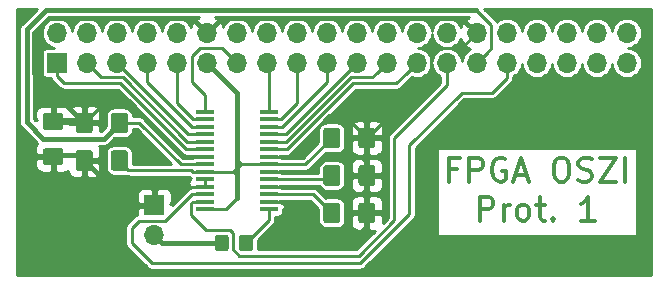
<source format=gbr>
G04 #@! TF.GenerationSoftware,KiCad,Pcbnew,(5.1.0)-1*
G04 #@! TF.CreationDate,2021-03-25T12:05:33+01:00*
G04 #@! TF.ProjectId,Oszi_Prototyp1,4f737a69-5f50-4726-9f74-6f747970312e,rev?*
G04 #@! TF.SameCoordinates,Original*
G04 #@! TF.FileFunction,Copper,L1,Top*
G04 #@! TF.FilePolarity,Positive*
%FSLAX46Y46*%
G04 Gerber Fmt 4.6, Leading zero omitted, Abs format (unit mm)*
G04 Created by KiCad (PCBNEW (5.1.0)-1) date 2021-03-25 12:05:33*
%MOMM*%
%LPD*%
G04 APERTURE LIST*
%ADD10C,0.300000*%
%ADD11C,0.100000*%
%ADD12C,1.425000*%
%ADD13R,1.526000X0.435000*%
%ADD14R,1.700000X1.700000*%
%ADD15O,1.700000X1.700000*%
%ADD16C,1.150000*%
%ADD17C,0.250000*%
%ADD18C,0.400000*%
%ADD19C,0.254000*%
G04 APERTURE END LIST*
D10*
X164688095Y-59802142D02*
X164021428Y-59802142D01*
X164021428Y-60849761D02*
X164021428Y-58849761D01*
X164973809Y-58849761D01*
X165735714Y-60849761D02*
X165735714Y-58849761D01*
X166497619Y-58849761D01*
X166688095Y-58945000D01*
X166783333Y-59040238D01*
X166878571Y-59230714D01*
X166878571Y-59516428D01*
X166783333Y-59706904D01*
X166688095Y-59802142D01*
X166497619Y-59897380D01*
X165735714Y-59897380D01*
X168783333Y-58945000D02*
X168592857Y-58849761D01*
X168307142Y-58849761D01*
X168021428Y-58945000D01*
X167830952Y-59135476D01*
X167735714Y-59325952D01*
X167640476Y-59706904D01*
X167640476Y-59992619D01*
X167735714Y-60373571D01*
X167830952Y-60564047D01*
X168021428Y-60754523D01*
X168307142Y-60849761D01*
X168497619Y-60849761D01*
X168783333Y-60754523D01*
X168878571Y-60659285D01*
X168878571Y-59992619D01*
X168497619Y-59992619D01*
X169640476Y-60278333D02*
X170592857Y-60278333D01*
X169450000Y-60849761D02*
X170116666Y-58849761D01*
X170783333Y-60849761D01*
X173354761Y-58849761D02*
X173735714Y-58849761D01*
X173926190Y-58945000D01*
X174116666Y-59135476D01*
X174211904Y-59516428D01*
X174211904Y-60183095D01*
X174116666Y-60564047D01*
X173926190Y-60754523D01*
X173735714Y-60849761D01*
X173354761Y-60849761D01*
X173164285Y-60754523D01*
X172973809Y-60564047D01*
X172878571Y-60183095D01*
X172878571Y-59516428D01*
X172973809Y-59135476D01*
X173164285Y-58945000D01*
X173354761Y-58849761D01*
X174973809Y-60754523D02*
X175259523Y-60849761D01*
X175735714Y-60849761D01*
X175926190Y-60754523D01*
X176021428Y-60659285D01*
X176116666Y-60468809D01*
X176116666Y-60278333D01*
X176021428Y-60087857D01*
X175926190Y-59992619D01*
X175735714Y-59897380D01*
X175354761Y-59802142D01*
X175164285Y-59706904D01*
X175069047Y-59611666D01*
X174973809Y-59421190D01*
X174973809Y-59230714D01*
X175069047Y-59040238D01*
X175164285Y-58945000D01*
X175354761Y-58849761D01*
X175830952Y-58849761D01*
X176116666Y-58945000D01*
X176783333Y-58849761D02*
X178116666Y-58849761D01*
X176783333Y-60849761D01*
X178116666Y-60849761D01*
X178878571Y-60849761D02*
X178878571Y-58849761D01*
X166640476Y-64149761D02*
X166640476Y-62149761D01*
X167402380Y-62149761D01*
X167592857Y-62245000D01*
X167688095Y-62340238D01*
X167783333Y-62530714D01*
X167783333Y-62816428D01*
X167688095Y-63006904D01*
X167592857Y-63102142D01*
X167402380Y-63197380D01*
X166640476Y-63197380D01*
X168640476Y-64149761D02*
X168640476Y-62816428D01*
X168640476Y-63197380D02*
X168735714Y-63006904D01*
X168830952Y-62911666D01*
X169021428Y-62816428D01*
X169211904Y-62816428D01*
X170164285Y-64149761D02*
X169973809Y-64054523D01*
X169878571Y-63959285D01*
X169783333Y-63768809D01*
X169783333Y-63197380D01*
X169878571Y-63006904D01*
X169973809Y-62911666D01*
X170164285Y-62816428D01*
X170450000Y-62816428D01*
X170640476Y-62911666D01*
X170735714Y-63006904D01*
X170830952Y-63197380D01*
X170830952Y-63768809D01*
X170735714Y-63959285D01*
X170640476Y-64054523D01*
X170450000Y-64149761D01*
X170164285Y-64149761D01*
X171402380Y-62816428D02*
X172164285Y-62816428D01*
X171688095Y-62149761D02*
X171688095Y-63864047D01*
X171783333Y-64054523D01*
X171973809Y-64149761D01*
X172164285Y-64149761D01*
X172830952Y-63959285D02*
X172926190Y-64054523D01*
X172830952Y-64149761D01*
X172735714Y-64054523D01*
X172830952Y-63959285D01*
X172830952Y-64149761D01*
X176354761Y-64149761D02*
X175211904Y-64149761D01*
X175783333Y-64149761D02*
X175783333Y-62149761D01*
X175592857Y-62435476D01*
X175402380Y-62625952D01*
X175211904Y-62721190D01*
D11*
G36*
X131150069Y-55051201D02*
G01*
X131174276Y-55054792D01*
X131198015Y-55060738D01*
X131221057Y-55068982D01*
X131243180Y-55079446D01*
X131264171Y-55092027D01*
X131283827Y-55106605D01*
X131301960Y-55123040D01*
X131318395Y-55141173D01*
X131332973Y-55160829D01*
X131345554Y-55181820D01*
X131356018Y-55203943D01*
X131364262Y-55226985D01*
X131370208Y-55250724D01*
X131373799Y-55274931D01*
X131375000Y-55299374D01*
X131375000Y-56225626D01*
X131373799Y-56250069D01*
X131370208Y-56274276D01*
X131364262Y-56298015D01*
X131356018Y-56321057D01*
X131345554Y-56343180D01*
X131332973Y-56364171D01*
X131318395Y-56383827D01*
X131301960Y-56401960D01*
X131283827Y-56418395D01*
X131264171Y-56432973D01*
X131243180Y-56445554D01*
X131221057Y-56456018D01*
X131198015Y-56464262D01*
X131174276Y-56470208D01*
X131150069Y-56473799D01*
X131125626Y-56475000D01*
X129874374Y-56475000D01*
X129849931Y-56473799D01*
X129825724Y-56470208D01*
X129801985Y-56464262D01*
X129778943Y-56456018D01*
X129756820Y-56445554D01*
X129735829Y-56432973D01*
X129716173Y-56418395D01*
X129698040Y-56401960D01*
X129681605Y-56383827D01*
X129667027Y-56364171D01*
X129654446Y-56343180D01*
X129643982Y-56321057D01*
X129635738Y-56298015D01*
X129629792Y-56274276D01*
X129626201Y-56250069D01*
X129625000Y-56225626D01*
X129625000Y-55299374D01*
X129626201Y-55274931D01*
X129629792Y-55250724D01*
X129635738Y-55226985D01*
X129643982Y-55203943D01*
X129654446Y-55181820D01*
X129667027Y-55160829D01*
X129681605Y-55141173D01*
X129698040Y-55123040D01*
X129716173Y-55106605D01*
X129735829Y-55092027D01*
X129756820Y-55079446D01*
X129778943Y-55068982D01*
X129801985Y-55060738D01*
X129825724Y-55054792D01*
X129849931Y-55051201D01*
X129874374Y-55050000D01*
X131125626Y-55050000D01*
X131150069Y-55051201D01*
X131150069Y-55051201D01*
G37*
D12*
X130500000Y-55762500D03*
D11*
G36*
X131150069Y-58026201D02*
G01*
X131174276Y-58029792D01*
X131198015Y-58035738D01*
X131221057Y-58043982D01*
X131243180Y-58054446D01*
X131264171Y-58067027D01*
X131283827Y-58081605D01*
X131301960Y-58098040D01*
X131318395Y-58116173D01*
X131332973Y-58135829D01*
X131345554Y-58156820D01*
X131356018Y-58178943D01*
X131364262Y-58201985D01*
X131370208Y-58225724D01*
X131373799Y-58249931D01*
X131375000Y-58274374D01*
X131375000Y-59200626D01*
X131373799Y-59225069D01*
X131370208Y-59249276D01*
X131364262Y-59273015D01*
X131356018Y-59296057D01*
X131345554Y-59318180D01*
X131332973Y-59339171D01*
X131318395Y-59358827D01*
X131301960Y-59376960D01*
X131283827Y-59393395D01*
X131264171Y-59407973D01*
X131243180Y-59420554D01*
X131221057Y-59431018D01*
X131198015Y-59439262D01*
X131174276Y-59445208D01*
X131150069Y-59448799D01*
X131125626Y-59450000D01*
X129874374Y-59450000D01*
X129849931Y-59448799D01*
X129825724Y-59445208D01*
X129801985Y-59439262D01*
X129778943Y-59431018D01*
X129756820Y-59420554D01*
X129735829Y-59407973D01*
X129716173Y-59393395D01*
X129698040Y-59376960D01*
X129681605Y-59358827D01*
X129667027Y-59339171D01*
X129654446Y-59318180D01*
X129643982Y-59296057D01*
X129635738Y-59273015D01*
X129629792Y-59249276D01*
X129626201Y-59225069D01*
X129625000Y-59200626D01*
X129625000Y-58274374D01*
X129626201Y-58249931D01*
X129629792Y-58225724D01*
X129635738Y-58201985D01*
X129643982Y-58178943D01*
X129654446Y-58156820D01*
X129667027Y-58135829D01*
X129681605Y-58116173D01*
X129698040Y-58098040D01*
X129716173Y-58081605D01*
X129735829Y-58067027D01*
X129756820Y-58054446D01*
X129778943Y-58043982D01*
X129801985Y-58035738D01*
X129825724Y-58029792D01*
X129849931Y-58026201D01*
X129874374Y-58025000D01*
X131125626Y-58025000D01*
X131150069Y-58026201D01*
X131150069Y-58026201D01*
G37*
D12*
X130500000Y-58737500D03*
D11*
G36*
X154574504Y-56276204D02*
G01*
X154598773Y-56279804D01*
X154622571Y-56285765D01*
X154645671Y-56294030D01*
X154667849Y-56304520D01*
X154688893Y-56317133D01*
X154708598Y-56331747D01*
X154726777Y-56348223D01*
X154743253Y-56366402D01*
X154757867Y-56386107D01*
X154770480Y-56407151D01*
X154780970Y-56429329D01*
X154789235Y-56452429D01*
X154795196Y-56476227D01*
X154798796Y-56500496D01*
X154800000Y-56525000D01*
X154800000Y-57775000D01*
X154798796Y-57799504D01*
X154795196Y-57823773D01*
X154789235Y-57847571D01*
X154780970Y-57870671D01*
X154770480Y-57892849D01*
X154757867Y-57913893D01*
X154743253Y-57933598D01*
X154726777Y-57951777D01*
X154708598Y-57968253D01*
X154688893Y-57982867D01*
X154667849Y-57995480D01*
X154645671Y-58005970D01*
X154622571Y-58014235D01*
X154598773Y-58020196D01*
X154574504Y-58023796D01*
X154550000Y-58025000D01*
X153625000Y-58025000D01*
X153600496Y-58023796D01*
X153576227Y-58020196D01*
X153552429Y-58014235D01*
X153529329Y-58005970D01*
X153507151Y-57995480D01*
X153486107Y-57982867D01*
X153466402Y-57968253D01*
X153448223Y-57951777D01*
X153431747Y-57933598D01*
X153417133Y-57913893D01*
X153404520Y-57892849D01*
X153394030Y-57870671D01*
X153385765Y-57847571D01*
X153379804Y-57823773D01*
X153376204Y-57799504D01*
X153375000Y-57775000D01*
X153375000Y-56525000D01*
X153376204Y-56500496D01*
X153379804Y-56476227D01*
X153385765Y-56452429D01*
X153394030Y-56429329D01*
X153404520Y-56407151D01*
X153417133Y-56386107D01*
X153431747Y-56366402D01*
X153448223Y-56348223D01*
X153466402Y-56331747D01*
X153486107Y-56317133D01*
X153507151Y-56304520D01*
X153529329Y-56294030D01*
X153552429Y-56285765D01*
X153576227Y-56279804D01*
X153600496Y-56276204D01*
X153625000Y-56275000D01*
X154550000Y-56275000D01*
X154574504Y-56276204D01*
X154574504Y-56276204D01*
G37*
D12*
X154087500Y-57150000D03*
D11*
G36*
X157549504Y-56276204D02*
G01*
X157573773Y-56279804D01*
X157597571Y-56285765D01*
X157620671Y-56294030D01*
X157642849Y-56304520D01*
X157663893Y-56317133D01*
X157683598Y-56331747D01*
X157701777Y-56348223D01*
X157718253Y-56366402D01*
X157732867Y-56386107D01*
X157745480Y-56407151D01*
X157755970Y-56429329D01*
X157764235Y-56452429D01*
X157770196Y-56476227D01*
X157773796Y-56500496D01*
X157775000Y-56525000D01*
X157775000Y-57775000D01*
X157773796Y-57799504D01*
X157770196Y-57823773D01*
X157764235Y-57847571D01*
X157755970Y-57870671D01*
X157745480Y-57892849D01*
X157732867Y-57913893D01*
X157718253Y-57933598D01*
X157701777Y-57951777D01*
X157683598Y-57968253D01*
X157663893Y-57982867D01*
X157642849Y-57995480D01*
X157620671Y-58005970D01*
X157597571Y-58014235D01*
X157573773Y-58020196D01*
X157549504Y-58023796D01*
X157525000Y-58025000D01*
X156600000Y-58025000D01*
X156575496Y-58023796D01*
X156551227Y-58020196D01*
X156527429Y-58014235D01*
X156504329Y-58005970D01*
X156482151Y-57995480D01*
X156461107Y-57982867D01*
X156441402Y-57968253D01*
X156423223Y-57951777D01*
X156406747Y-57933598D01*
X156392133Y-57913893D01*
X156379520Y-57892849D01*
X156369030Y-57870671D01*
X156360765Y-57847571D01*
X156354804Y-57823773D01*
X156351204Y-57799504D01*
X156350000Y-57775000D01*
X156350000Y-56525000D01*
X156351204Y-56500496D01*
X156354804Y-56476227D01*
X156360765Y-56452429D01*
X156369030Y-56429329D01*
X156379520Y-56407151D01*
X156392133Y-56386107D01*
X156406747Y-56366402D01*
X156423223Y-56348223D01*
X156441402Y-56331747D01*
X156461107Y-56317133D01*
X156482151Y-56304520D01*
X156504329Y-56294030D01*
X156527429Y-56285765D01*
X156551227Y-56279804D01*
X156575496Y-56276204D01*
X156600000Y-56275000D01*
X157525000Y-56275000D01*
X157549504Y-56276204D01*
X157549504Y-56276204D01*
G37*
D12*
X157062500Y-57150000D03*
D11*
G36*
X136594504Y-58181204D02*
G01*
X136618773Y-58184804D01*
X136642571Y-58190765D01*
X136665671Y-58199030D01*
X136687849Y-58209520D01*
X136708893Y-58222133D01*
X136728598Y-58236747D01*
X136746777Y-58253223D01*
X136763253Y-58271402D01*
X136777867Y-58291107D01*
X136790480Y-58312151D01*
X136800970Y-58334329D01*
X136809235Y-58357429D01*
X136815196Y-58381227D01*
X136818796Y-58405496D01*
X136820000Y-58430000D01*
X136820000Y-59680000D01*
X136818796Y-59704504D01*
X136815196Y-59728773D01*
X136809235Y-59752571D01*
X136800970Y-59775671D01*
X136790480Y-59797849D01*
X136777867Y-59818893D01*
X136763253Y-59838598D01*
X136746777Y-59856777D01*
X136728598Y-59873253D01*
X136708893Y-59887867D01*
X136687849Y-59900480D01*
X136665671Y-59910970D01*
X136642571Y-59919235D01*
X136618773Y-59925196D01*
X136594504Y-59928796D01*
X136570000Y-59930000D01*
X135645000Y-59930000D01*
X135620496Y-59928796D01*
X135596227Y-59925196D01*
X135572429Y-59919235D01*
X135549329Y-59910970D01*
X135527151Y-59900480D01*
X135506107Y-59887867D01*
X135486402Y-59873253D01*
X135468223Y-59856777D01*
X135451747Y-59838598D01*
X135437133Y-59818893D01*
X135424520Y-59797849D01*
X135414030Y-59775671D01*
X135405765Y-59752571D01*
X135399804Y-59728773D01*
X135396204Y-59704504D01*
X135395000Y-59680000D01*
X135395000Y-58430000D01*
X135396204Y-58405496D01*
X135399804Y-58381227D01*
X135405765Y-58357429D01*
X135414030Y-58334329D01*
X135424520Y-58312151D01*
X135437133Y-58291107D01*
X135451747Y-58271402D01*
X135468223Y-58253223D01*
X135486402Y-58236747D01*
X135506107Y-58222133D01*
X135527151Y-58209520D01*
X135549329Y-58199030D01*
X135572429Y-58190765D01*
X135596227Y-58184804D01*
X135620496Y-58181204D01*
X135645000Y-58180000D01*
X136570000Y-58180000D01*
X136594504Y-58181204D01*
X136594504Y-58181204D01*
G37*
D12*
X136107500Y-59055000D03*
D11*
G36*
X133619504Y-58181204D02*
G01*
X133643773Y-58184804D01*
X133667571Y-58190765D01*
X133690671Y-58199030D01*
X133712849Y-58209520D01*
X133733893Y-58222133D01*
X133753598Y-58236747D01*
X133771777Y-58253223D01*
X133788253Y-58271402D01*
X133802867Y-58291107D01*
X133815480Y-58312151D01*
X133825970Y-58334329D01*
X133834235Y-58357429D01*
X133840196Y-58381227D01*
X133843796Y-58405496D01*
X133845000Y-58430000D01*
X133845000Y-59680000D01*
X133843796Y-59704504D01*
X133840196Y-59728773D01*
X133834235Y-59752571D01*
X133825970Y-59775671D01*
X133815480Y-59797849D01*
X133802867Y-59818893D01*
X133788253Y-59838598D01*
X133771777Y-59856777D01*
X133753598Y-59873253D01*
X133733893Y-59887867D01*
X133712849Y-59900480D01*
X133690671Y-59910970D01*
X133667571Y-59919235D01*
X133643773Y-59925196D01*
X133619504Y-59928796D01*
X133595000Y-59930000D01*
X132670000Y-59930000D01*
X132645496Y-59928796D01*
X132621227Y-59925196D01*
X132597429Y-59919235D01*
X132574329Y-59910970D01*
X132552151Y-59900480D01*
X132531107Y-59887867D01*
X132511402Y-59873253D01*
X132493223Y-59856777D01*
X132476747Y-59838598D01*
X132462133Y-59818893D01*
X132449520Y-59797849D01*
X132439030Y-59775671D01*
X132430765Y-59752571D01*
X132424804Y-59728773D01*
X132421204Y-59704504D01*
X132420000Y-59680000D01*
X132420000Y-58430000D01*
X132421204Y-58405496D01*
X132424804Y-58381227D01*
X132430765Y-58357429D01*
X132439030Y-58334329D01*
X132449520Y-58312151D01*
X132462133Y-58291107D01*
X132476747Y-58271402D01*
X132493223Y-58253223D01*
X132511402Y-58236747D01*
X132531107Y-58222133D01*
X132552151Y-58209520D01*
X132574329Y-58199030D01*
X132597429Y-58190765D01*
X132621227Y-58184804D01*
X132645496Y-58181204D01*
X132670000Y-58180000D01*
X133595000Y-58180000D01*
X133619504Y-58181204D01*
X133619504Y-58181204D01*
G37*
D12*
X133132500Y-59055000D03*
D11*
G36*
X157549504Y-62626204D02*
G01*
X157573773Y-62629804D01*
X157597571Y-62635765D01*
X157620671Y-62644030D01*
X157642849Y-62654520D01*
X157663893Y-62667133D01*
X157683598Y-62681747D01*
X157701777Y-62698223D01*
X157718253Y-62716402D01*
X157732867Y-62736107D01*
X157745480Y-62757151D01*
X157755970Y-62779329D01*
X157764235Y-62802429D01*
X157770196Y-62826227D01*
X157773796Y-62850496D01*
X157775000Y-62875000D01*
X157775000Y-64125000D01*
X157773796Y-64149504D01*
X157770196Y-64173773D01*
X157764235Y-64197571D01*
X157755970Y-64220671D01*
X157745480Y-64242849D01*
X157732867Y-64263893D01*
X157718253Y-64283598D01*
X157701777Y-64301777D01*
X157683598Y-64318253D01*
X157663893Y-64332867D01*
X157642849Y-64345480D01*
X157620671Y-64355970D01*
X157597571Y-64364235D01*
X157573773Y-64370196D01*
X157549504Y-64373796D01*
X157525000Y-64375000D01*
X156600000Y-64375000D01*
X156575496Y-64373796D01*
X156551227Y-64370196D01*
X156527429Y-64364235D01*
X156504329Y-64355970D01*
X156482151Y-64345480D01*
X156461107Y-64332867D01*
X156441402Y-64318253D01*
X156423223Y-64301777D01*
X156406747Y-64283598D01*
X156392133Y-64263893D01*
X156379520Y-64242849D01*
X156369030Y-64220671D01*
X156360765Y-64197571D01*
X156354804Y-64173773D01*
X156351204Y-64149504D01*
X156350000Y-64125000D01*
X156350000Y-62875000D01*
X156351204Y-62850496D01*
X156354804Y-62826227D01*
X156360765Y-62802429D01*
X156369030Y-62779329D01*
X156379520Y-62757151D01*
X156392133Y-62736107D01*
X156406747Y-62716402D01*
X156423223Y-62698223D01*
X156441402Y-62681747D01*
X156461107Y-62667133D01*
X156482151Y-62654520D01*
X156504329Y-62644030D01*
X156527429Y-62635765D01*
X156551227Y-62629804D01*
X156575496Y-62626204D01*
X156600000Y-62625000D01*
X157525000Y-62625000D01*
X157549504Y-62626204D01*
X157549504Y-62626204D01*
G37*
D12*
X157062500Y-63500000D03*
D11*
G36*
X154574504Y-62626204D02*
G01*
X154598773Y-62629804D01*
X154622571Y-62635765D01*
X154645671Y-62644030D01*
X154667849Y-62654520D01*
X154688893Y-62667133D01*
X154708598Y-62681747D01*
X154726777Y-62698223D01*
X154743253Y-62716402D01*
X154757867Y-62736107D01*
X154770480Y-62757151D01*
X154780970Y-62779329D01*
X154789235Y-62802429D01*
X154795196Y-62826227D01*
X154798796Y-62850496D01*
X154800000Y-62875000D01*
X154800000Y-64125000D01*
X154798796Y-64149504D01*
X154795196Y-64173773D01*
X154789235Y-64197571D01*
X154780970Y-64220671D01*
X154770480Y-64242849D01*
X154757867Y-64263893D01*
X154743253Y-64283598D01*
X154726777Y-64301777D01*
X154708598Y-64318253D01*
X154688893Y-64332867D01*
X154667849Y-64345480D01*
X154645671Y-64355970D01*
X154622571Y-64364235D01*
X154598773Y-64370196D01*
X154574504Y-64373796D01*
X154550000Y-64375000D01*
X153625000Y-64375000D01*
X153600496Y-64373796D01*
X153576227Y-64370196D01*
X153552429Y-64364235D01*
X153529329Y-64355970D01*
X153507151Y-64345480D01*
X153486107Y-64332867D01*
X153466402Y-64318253D01*
X153448223Y-64301777D01*
X153431747Y-64283598D01*
X153417133Y-64263893D01*
X153404520Y-64242849D01*
X153394030Y-64220671D01*
X153385765Y-64197571D01*
X153379804Y-64173773D01*
X153376204Y-64149504D01*
X153375000Y-64125000D01*
X153375000Y-62875000D01*
X153376204Y-62850496D01*
X153379804Y-62826227D01*
X153385765Y-62802429D01*
X153394030Y-62779329D01*
X153404520Y-62757151D01*
X153417133Y-62736107D01*
X153431747Y-62716402D01*
X153448223Y-62698223D01*
X153466402Y-62681747D01*
X153486107Y-62667133D01*
X153507151Y-62654520D01*
X153529329Y-62644030D01*
X153552429Y-62635765D01*
X153576227Y-62629804D01*
X153600496Y-62626204D01*
X153625000Y-62625000D01*
X154550000Y-62625000D01*
X154574504Y-62626204D01*
X154574504Y-62626204D01*
G37*
D12*
X154087500Y-63500000D03*
D11*
G36*
X133619504Y-55006204D02*
G01*
X133643773Y-55009804D01*
X133667571Y-55015765D01*
X133690671Y-55024030D01*
X133712849Y-55034520D01*
X133733893Y-55047133D01*
X133753598Y-55061747D01*
X133771777Y-55078223D01*
X133788253Y-55096402D01*
X133802867Y-55116107D01*
X133815480Y-55137151D01*
X133825970Y-55159329D01*
X133834235Y-55182429D01*
X133840196Y-55206227D01*
X133843796Y-55230496D01*
X133845000Y-55255000D01*
X133845000Y-56505000D01*
X133843796Y-56529504D01*
X133840196Y-56553773D01*
X133834235Y-56577571D01*
X133825970Y-56600671D01*
X133815480Y-56622849D01*
X133802867Y-56643893D01*
X133788253Y-56663598D01*
X133771777Y-56681777D01*
X133753598Y-56698253D01*
X133733893Y-56712867D01*
X133712849Y-56725480D01*
X133690671Y-56735970D01*
X133667571Y-56744235D01*
X133643773Y-56750196D01*
X133619504Y-56753796D01*
X133595000Y-56755000D01*
X132670000Y-56755000D01*
X132645496Y-56753796D01*
X132621227Y-56750196D01*
X132597429Y-56744235D01*
X132574329Y-56735970D01*
X132552151Y-56725480D01*
X132531107Y-56712867D01*
X132511402Y-56698253D01*
X132493223Y-56681777D01*
X132476747Y-56663598D01*
X132462133Y-56643893D01*
X132449520Y-56622849D01*
X132439030Y-56600671D01*
X132430765Y-56577571D01*
X132424804Y-56553773D01*
X132421204Y-56529504D01*
X132420000Y-56505000D01*
X132420000Y-55255000D01*
X132421204Y-55230496D01*
X132424804Y-55206227D01*
X132430765Y-55182429D01*
X132439030Y-55159329D01*
X132449520Y-55137151D01*
X132462133Y-55116107D01*
X132476747Y-55096402D01*
X132493223Y-55078223D01*
X132511402Y-55061747D01*
X132531107Y-55047133D01*
X132552151Y-55034520D01*
X132574329Y-55024030D01*
X132597429Y-55015765D01*
X132621227Y-55009804D01*
X132645496Y-55006204D01*
X132670000Y-55005000D01*
X133595000Y-55005000D01*
X133619504Y-55006204D01*
X133619504Y-55006204D01*
G37*
D12*
X133132500Y-55880000D03*
D11*
G36*
X136594504Y-55006204D02*
G01*
X136618773Y-55009804D01*
X136642571Y-55015765D01*
X136665671Y-55024030D01*
X136687849Y-55034520D01*
X136708893Y-55047133D01*
X136728598Y-55061747D01*
X136746777Y-55078223D01*
X136763253Y-55096402D01*
X136777867Y-55116107D01*
X136790480Y-55137151D01*
X136800970Y-55159329D01*
X136809235Y-55182429D01*
X136815196Y-55206227D01*
X136818796Y-55230496D01*
X136820000Y-55255000D01*
X136820000Y-56505000D01*
X136818796Y-56529504D01*
X136815196Y-56553773D01*
X136809235Y-56577571D01*
X136800970Y-56600671D01*
X136790480Y-56622849D01*
X136777867Y-56643893D01*
X136763253Y-56663598D01*
X136746777Y-56681777D01*
X136728598Y-56698253D01*
X136708893Y-56712867D01*
X136687849Y-56725480D01*
X136665671Y-56735970D01*
X136642571Y-56744235D01*
X136618773Y-56750196D01*
X136594504Y-56753796D01*
X136570000Y-56755000D01*
X135645000Y-56755000D01*
X135620496Y-56753796D01*
X135596227Y-56750196D01*
X135572429Y-56744235D01*
X135549329Y-56735970D01*
X135527151Y-56725480D01*
X135506107Y-56712867D01*
X135486402Y-56698253D01*
X135468223Y-56681777D01*
X135451747Y-56663598D01*
X135437133Y-56643893D01*
X135424520Y-56622849D01*
X135414030Y-56600671D01*
X135405765Y-56577571D01*
X135399804Y-56553773D01*
X135396204Y-56529504D01*
X135395000Y-56505000D01*
X135395000Y-55255000D01*
X135396204Y-55230496D01*
X135399804Y-55206227D01*
X135405765Y-55182429D01*
X135414030Y-55159329D01*
X135424520Y-55137151D01*
X135437133Y-55116107D01*
X135451747Y-55096402D01*
X135468223Y-55078223D01*
X135486402Y-55061747D01*
X135506107Y-55047133D01*
X135527151Y-55034520D01*
X135549329Y-55024030D01*
X135572429Y-55015765D01*
X135596227Y-55009804D01*
X135620496Y-55006204D01*
X135645000Y-55005000D01*
X136570000Y-55005000D01*
X136594504Y-55006204D01*
X136594504Y-55006204D01*
G37*
D12*
X136107500Y-55880000D03*
D11*
G36*
X154574504Y-59451204D02*
G01*
X154598773Y-59454804D01*
X154622571Y-59460765D01*
X154645671Y-59469030D01*
X154667849Y-59479520D01*
X154688893Y-59492133D01*
X154708598Y-59506747D01*
X154726777Y-59523223D01*
X154743253Y-59541402D01*
X154757867Y-59561107D01*
X154770480Y-59582151D01*
X154780970Y-59604329D01*
X154789235Y-59627429D01*
X154795196Y-59651227D01*
X154798796Y-59675496D01*
X154800000Y-59700000D01*
X154800000Y-60950000D01*
X154798796Y-60974504D01*
X154795196Y-60998773D01*
X154789235Y-61022571D01*
X154780970Y-61045671D01*
X154770480Y-61067849D01*
X154757867Y-61088893D01*
X154743253Y-61108598D01*
X154726777Y-61126777D01*
X154708598Y-61143253D01*
X154688893Y-61157867D01*
X154667849Y-61170480D01*
X154645671Y-61180970D01*
X154622571Y-61189235D01*
X154598773Y-61195196D01*
X154574504Y-61198796D01*
X154550000Y-61200000D01*
X153625000Y-61200000D01*
X153600496Y-61198796D01*
X153576227Y-61195196D01*
X153552429Y-61189235D01*
X153529329Y-61180970D01*
X153507151Y-61170480D01*
X153486107Y-61157867D01*
X153466402Y-61143253D01*
X153448223Y-61126777D01*
X153431747Y-61108598D01*
X153417133Y-61088893D01*
X153404520Y-61067849D01*
X153394030Y-61045671D01*
X153385765Y-61022571D01*
X153379804Y-60998773D01*
X153376204Y-60974504D01*
X153375000Y-60950000D01*
X153375000Y-59700000D01*
X153376204Y-59675496D01*
X153379804Y-59651227D01*
X153385765Y-59627429D01*
X153394030Y-59604329D01*
X153404520Y-59582151D01*
X153417133Y-59561107D01*
X153431747Y-59541402D01*
X153448223Y-59523223D01*
X153466402Y-59506747D01*
X153486107Y-59492133D01*
X153507151Y-59479520D01*
X153529329Y-59469030D01*
X153552429Y-59460765D01*
X153576227Y-59454804D01*
X153600496Y-59451204D01*
X153625000Y-59450000D01*
X154550000Y-59450000D01*
X154574504Y-59451204D01*
X154574504Y-59451204D01*
G37*
D12*
X154087500Y-60325000D03*
D11*
G36*
X157549504Y-59451204D02*
G01*
X157573773Y-59454804D01*
X157597571Y-59460765D01*
X157620671Y-59469030D01*
X157642849Y-59479520D01*
X157663893Y-59492133D01*
X157683598Y-59506747D01*
X157701777Y-59523223D01*
X157718253Y-59541402D01*
X157732867Y-59561107D01*
X157745480Y-59582151D01*
X157755970Y-59604329D01*
X157764235Y-59627429D01*
X157770196Y-59651227D01*
X157773796Y-59675496D01*
X157775000Y-59700000D01*
X157775000Y-60950000D01*
X157773796Y-60974504D01*
X157770196Y-60998773D01*
X157764235Y-61022571D01*
X157755970Y-61045671D01*
X157745480Y-61067849D01*
X157732867Y-61088893D01*
X157718253Y-61108598D01*
X157701777Y-61126777D01*
X157683598Y-61143253D01*
X157663893Y-61157867D01*
X157642849Y-61170480D01*
X157620671Y-61180970D01*
X157597571Y-61189235D01*
X157573773Y-61195196D01*
X157549504Y-61198796D01*
X157525000Y-61200000D01*
X156600000Y-61200000D01*
X156575496Y-61198796D01*
X156551227Y-61195196D01*
X156527429Y-61189235D01*
X156504329Y-61180970D01*
X156482151Y-61170480D01*
X156461107Y-61157867D01*
X156441402Y-61143253D01*
X156423223Y-61126777D01*
X156406747Y-61108598D01*
X156392133Y-61088893D01*
X156379520Y-61067849D01*
X156369030Y-61045671D01*
X156360765Y-61022571D01*
X156354804Y-60998773D01*
X156351204Y-60974504D01*
X156350000Y-60950000D01*
X156350000Y-59700000D01*
X156351204Y-59675496D01*
X156354804Y-59651227D01*
X156360765Y-59627429D01*
X156369030Y-59604329D01*
X156379520Y-59582151D01*
X156392133Y-59561107D01*
X156406747Y-59541402D01*
X156423223Y-59523223D01*
X156441402Y-59506747D01*
X156461107Y-59492133D01*
X156482151Y-59479520D01*
X156504329Y-59469030D01*
X156527429Y-59460765D01*
X156551227Y-59454804D01*
X156575496Y-59451204D01*
X156600000Y-59450000D01*
X157525000Y-59450000D01*
X157549504Y-59451204D01*
X157549504Y-59451204D01*
G37*
D12*
X157062500Y-60325000D03*
D13*
X148762000Y-63183000D03*
X148762000Y-62547000D03*
X148762000Y-61913000D03*
X148762000Y-61277000D03*
X148762000Y-60643000D03*
X148762000Y-60007000D03*
X148762000Y-59373000D03*
X148762000Y-58737000D03*
X148762000Y-58103000D03*
X148762000Y-57467000D03*
X148762000Y-56833000D03*
X148762000Y-56197000D03*
X148762000Y-55563000D03*
X148762000Y-54927000D03*
X143338000Y-54927000D03*
X143338000Y-55563000D03*
X143338000Y-56197000D03*
X143338000Y-56833000D03*
X143338000Y-57467000D03*
X143338000Y-58103000D03*
X143338000Y-58737000D03*
X143338000Y-59373000D03*
X143338000Y-60007000D03*
X143338000Y-60643000D03*
X143338000Y-61277000D03*
X143338000Y-61913000D03*
X143338000Y-62547000D03*
X143338000Y-63183000D03*
D14*
X130810000Y-50800000D03*
D15*
X130810000Y-48260000D03*
X133350000Y-50800000D03*
X133350000Y-48260000D03*
X135890000Y-50800000D03*
X135890000Y-48260000D03*
X138430000Y-50800000D03*
X138430000Y-48260000D03*
X140970000Y-50800000D03*
X140970000Y-48260000D03*
X143510000Y-50800000D03*
X143510000Y-48260000D03*
X146050000Y-50800000D03*
X146050000Y-48260000D03*
X148590000Y-50800000D03*
X148590000Y-48260000D03*
X151130000Y-50800000D03*
X151130000Y-48260000D03*
X153670000Y-50800000D03*
X153670000Y-48260000D03*
X156210000Y-50800000D03*
X156210000Y-48260000D03*
X158750000Y-50800000D03*
X158750000Y-48260000D03*
X161290000Y-50800000D03*
X161290000Y-48260000D03*
X163830000Y-50800000D03*
X163830000Y-48260000D03*
X166370000Y-50800000D03*
X166370000Y-48260000D03*
X168910000Y-50800000D03*
X168910000Y-48260000D03*
X171450000Y-50800000D03*
X171450000Y-48260000D03*
X173990000Y-50800000D03*
X173990000Y-48260000D03*
X176530000Y-50800000D03*
X176530000Y-48260000D03*
X179070000Y-50800000D03*
X179070000Y-48260000D03*
D14*
X139065000Y-62865000D03*
D15*
X139065000Y-65405000D03*
D11*
G36*
X147179505Y-65341204D02*
G01*
X147203773Y-65344804D01*
X147227572Y-65350765D01*
X147250671Y-65359030D01*
X147272850Y-65369520D01*
X147293893Y-65382132D01*
X147313599Y-65396747D01*
X147331777Y-65413223D01*
X147348253Y-65431401D01*
X147362868Y-65451107D01*
X147375480Y-65472150D01*
X147385970Y-65494329D01*
X147394235Y-65517428D01*
X147400196Y-65541227D01*
X147403796Y-65565495D01*
X147405000Y-65589999D01*
X147405000Y-66490001D01*
X147403796Y-66514505D01*
X147400196Y-66538773D01*
X147394235Y-66562572D01*
X147385970Y-66585671D01*
X147375480Y-66607850D01*
X147362868Y-66628893D01*
X147348253Y-66648599D01*
X147331777Y-66666777D01*
X147313599Y-66683253D01*
X147293893Y-66697868D01*
X147272850Y-66710480D01*
X147250671Y-66720970D01*
X147227572Y-66729235D01*
X147203773Y-66735196D01*
X147179505Y-66738796D01*
X147155001Y-66740000D01*
X146504999Y-66740000D01*
X146480495Y-66738796D01*
X146456227Y-66735196D01*
X146432428Y-66729235D01*
X146409329Y-66720970D01*
X146387150Y-66710480D01*
X146366107Y-66697868D01*
X146346401Y-66683253D01*
X146328223Y-66666777D01*
X146311747Y-66648599D01*
X146297132Y-66628893D01*
X146284520Y-66607850D01*
X146274030Y-66585671D01*
X146265765Y-66562572D01*
X146259804Y-66538773D01*
X146256204Y-66514505D01*
X146255000Y-66490001D01*
X146255000Y-65589999D01*
X146256204Y-65565495D01*
X146259804Y-65541227D01*
X146265765Y-65517428D01*
X146274030Y-65494329D01*
X146284520Y-65472150D01*
X146297132Y-65451107D01*
X146311747Y-65431401D01*
X146328223Y-65413223D01*
X146346401Y-65396747D01*
X146366107Y-65382132D01*
X146387150Y-65369520D01*
X146409329Y-65359030D01*
X146432428Y-65350765D01*
X146456227Y-65344804D01*
X146480495Y-65341204D01*
X146504999Y-65340000D01*
X147155001Y-65340000D01*
X147179505Y-65341204D01*
X147179505Y-65341204D01*
G37*
D16*
X146830000Y-66040000D03*
D11*
G36*
X145129505Y-65341204D02*
G01*
X145153773Y-65344804D01*
X145177572Y-65350765D01*
X145200671Y-65359030D01*
X145222850Y-65369520D01*
X145243893Y-65382132D01*
X145263599Y-65396747D01*
X145281777Y-65413223D01*
X145298253Y-65431401D01*
X145312868Y-65451107D01*
X145325480Y-65472150D01*
X145335970Y-65494329D01*
X145344235Y-65517428D01*
X145350196Y-65541227D01*
X145353796Y-65565495D01*
X145355000Y-65589999D01*
X145355000Y-66490001D01*
X145353796Y-66514505D01*
X145350196Y-66538773D01*
X145344235Y-66562572D01*
X145335970Y-66585671D01*
X145325480Y-66607850D01*
X145312868Y-66628893D01*
X145298253Y-66648599D01*
X145281777Y-66666777D01*
X145263599Y-66683253D01*
X145243893Y-66697868D01*
X145222850Y-66710480D01*
X145200671Y-66720970D01*
X145177572Y-66729235D01*
X145153773Y-66735196D01*
X145129505Y-66738796D01*
X145105001Y-66740000D01*
X144454999Y-66740000D01*
X144430495Y-66738796D01*
X144406227Y-66735196D01*
X144382428Y-66729235D01*
X144359329Y-66720970D01*
X144337150Y-66710480D01*
X144316107Y-66697868D01*
X144296401Y-66683253D01*
X144278223Y-66666777D01*
X144261747Y-66648599D01*
X144247132Y-66628893D01*
X144234520Y-66607850D01*
X144224030Y-66585671D01*
X144215765Y-66562572D01*
X144209804Y-66538773D01*
X144206204Y-66514505D01*
X144205000Y-66490001D01*
X144205000Y-65589999D01*
X144206204Y-65565495D01*
X144209804Y-65541227D01*
X144215765Y-65517428D01*
X144224030Y-65494329D01*
X144234520Y-65472150D01*
X144247132Y-65451107D01*
X144261747Y-65431401D01*
X144278223Y-65413223D01*
X144296401Y-65396747D01*
X144316107Y-65382132D01*
X144337150Y-65369520D01*
X144359329Y-65359030D01*
X144382428Y-65350765D01*
X144406227Y-65344804D01*
X144430495Y-65341204D01*
X144454999Y-65340000D01*
X145105001Y-65340000D01*
X145129505Y-65341204D01*
X145129505Y-65341204D01*
G37*
D16*
X144780000Y-66040000D03*
D17*
X136878847Y-59826347D02*
X136107500Y-59055000D01*
X136925510Y-59873010D02*
X136878847Y-59826347D01*
X142182508Y-59873010D02*
X136925510Y-59873010D01*
X142316498Y-60007000D02*
X142182508Y-59873010D01*
X143338000Y-60007000D02*
X142316498Y-60007000D01*
D18*
X143510000Y-50800000D02*
X144810001Y-52100001D01*
X144810001Y-52100001D02*
X146050000Y-53340000D01*
D17*
X143338000Y-63183000D02*
X145097000Y-63183000D01*
X145097000Y-63183000D02*
X146050000Y-62230000D01*
X145733000Y-60007000D02*
X146050000Y-59690000D01*
X143338000Y-60007000D02*
X145733000Y-60007000D01*
X146368000Y-59373000D02*
X146050000Y-59055000D01*
X148762000Y-59373000D02*
X146368000Y-59373000D01*
D18*
X146050000Y-53340000D02*
X146050000Y-59055000D01*
X146050000Y-59055000D02*
X146050000Y-59690000D01*
D17*
X146367000Y-59373000D02*
X146050000Y-59690000D01*
X146368000Y-59373000D02*
X146367000Y-59373000D01*
X145733000Y-60008000D02*
X146050000Y-60325000D01*
X145733000Y-60007000D02*
X145733000Y-60008000D01*
D18*
X146050000Y-59690000D02*
X146050000Y-60325000D01*
X146050000Y-60325000D02*
X146050000Y-61595000D01*
X146050000Y-61595000D02*
X146050000Y-62230000D01*
D17*
X151864500Y-59373000D02*
X154087500Y-57150000D01*
X148762000Y-59373000D02*
X151864500Y-59373000D01*
D18*
X136942500Y-62865000D02*
X133132500Y-59055000D01*
X139065000Y-62865000D02*
X136942500Y-62865000D01*
D17*
X139065000Y-61765000D02*
X139065000Y-62865000D01*
X139553000Y-61277000D02*
X139065000Y-61765000D01*
X143338000Y-61277000D02*
X139553000Y-61277000D01*
X143338000Y-60643000D02*
X143338000Y-61277000D01*
X150394360Y-58737000D02*
X153886360Y-55245000D01*
X148762000Y-58737000D02*
X150394360Y-58737000D01*
X155157500Y-55245000D02*
X157062500Y-57150000D01*
X153886360Y-55245000D02*
X155157500Y-55245000D01*
X152434100Y-60007000D02*
X153603600Y-58837500D01*
X148762000Y-60007000D02*
X152434100Y-60007000D01*
X156627500Y-58837500D02*
X157062500Y-59272500D01*
D18*
X157062500Y-59272500D02*
X157062500Y-60325000D01*
X157062500Y-58837500D02*
X157062500Y-59272500D01*
D17*
X156627500Y-58837500D02*
X157062500Y-58837500D01*
X153603600Y-58837500D02*
X156627500Y-58837500D01*
D18*
X157062500Y-58637500D02*
X157062500Y-58837500D01*
X157062500Y-57150000D02*
X157062500Y-58637500D01*
D17*
X156827500Y-58637500D02*
X156627500Y-58837500D01*
X157062500Y-58637500D02*
X156827500Y-58637500D01*
X153068100Y-61277000D02*
X153603600Y-61812500D01*
X148762000Y-61277000D02*
X153068100Y-61277000D01*
X156627500Y-61812500D02*
X157062500Y-61377500D01*
D18*
X157062500Y-61377500D02*
X157062500Y-61812500D01*
X157062500Y-60325000D02*
X157062500Y-61377500D01*
D17*
X156627500Y-61812500D02*
X157062500Y-61812500D01*
X153603600Y-61812500D02*
X156627500Y-61812500D01*
X156827500Y-62012500D02*
X156627500Y-61812500D01*
X157062500Y-62012500D02*
X156827500Y-62012500D01*
D18*
X157062500Y-62012500D02*
X157062500Y-63500000D01*
X157062500Y-61812500D02*
X157062500Y-62012500D01*
D17*
X156210000Y-65405000D02*
X157062500Y-64552500D01*
X153670000Y-65405000D02*
X156210000Y-65405000D01*
X148762000Y-62547000D02*
X150812000Y-62547000D01*
X150812000Y-62547000D02*
X153670000Y-65405000D01*
D18*
X144359999Y-47410001D02*
X143510000Y-48260000D01*
X144810001Y-46959999D02*
X144359999Y-47410001D01*
X165069999Y-46959999D02*
X144810001Y-46959999D01*
X166370000Y-48260000D02*
X165069999Y-46959999D01*
X142660001Y-47410001D02*
X143510000Y-48260000D01*
X142209999Y-46959999D02*
X142660001Y-47410001D01*
X130185999Y-46959999D02*
X142209999Y-46959999D01*
X128905000Y-48240998D02*
X130185999Y-46959999D01*
X128905000Y-51652500D02*
X128905000Y-48240998D01*
D17*
X157062500Y-64552500D02*
X157062500Y-63500000D01*
X157833847Y-56378653D02*
X157062500Y-57150000D01*
X162515001Y-51697499D02*
X157833847Y-56378653D01*
X162515001Y-50211999D02*
X162515001Y-51697499D01*
X163152001Y-49574999D02*
X162515001Y-50211999D01*
X165055001Y-49574999D02*
X163152001Y-49574999D01*
X166370000Y-48260000D02*
X165055001Y-49574999D01*
X143338000Y-58737000D02*
X141705640Y-58737000D01*
X141705640Y-58737000D02*
X136943640Y-53975000D01*
X135037500Y-53975000D02*
X133132500Y-55880000D01*
X136943640Y-53975000D02*
X135037500Y-53975000D01*
D18*
X133132500Y-55880000D02*
X128905000Y-51652500D01*
X132915000Y-55662500D02*
X133132500Y-55880000D01*
X132715000Y-58637500D02*
X133132500Y-59055000D01*
X130175000Y-55662500D02*
X132915000Y-55662500D01*
X130175000Y-58637500D02*
X132715000Y-58637500D01*
D17*
X141288000Y-59373000D02*
X143338000Y-59373000D01*
X137795000Y-55880000D02*
X141288000Y-59373000D01*
X136107500Y-55880000D02*
X137795000Y-55880000D01*
X167219999Y-49950001D02*
X166370000Y-50800000D01*
X167595001Y-49574999D02*
X167219999Y-49950001D01*
X167595001Y-47580001D02*
X167595001Y-49574999D01*
X166324989Y-46309989D02*
X167595001Y-47580001D01*
D18*
X129916757Y-46309989D02*
X166324989Y-46309989D01*
X128254990Y-47971756D02*
X129916757Y-46309989D01*
X128254990Y-55820322D02*
X128254990Y-47971756D01*
X129639678Y-57205010D02*
X128254990Y-55820322D01*
X134782490Y-57205010D02*
X129639678Y-57205010D01*
X136107500Y-55880000D02*
X134782490Y-57205010D01*
D17*
X153769500Y-60643000D02*
X154087500Y-60325000D01*
X148762000Y-60643000D02*
X153769500Y-60643000D01*
X148762000Y-64108000D02*
X146830000Y-66040000D01*
X148762000Y-63183000D02*
X148762000Y-64108000D01*
X160440001Y-51649999D02*
X161290000Y-50800000D01*
X159564989Y-52525011D02*
X160440001Y-51649999D01*
X155899229Y-52525011D02*
X159564989Y-52525011D01*
X150321240Y-58103000D02*
X155899229Y-52525011D01*
X148762000Y-58103000D02*
X150321240Y-58103000D01*
X157900001Y-51649999D02*
X158750000Y-50800000D01*
X157524999Y-52025001D02*
X157900001Y-51649999D01*
X155692119Y-52025001D02*
X157524999Y-52025001D01*
X150250120Y-57467000D02*
X155692119Y-52025001D01*
X148762000Y-57467000D02*
X150250120Y-57467000D01*
X150177000Y-56833000D02*
X156210000Y-50800000D01*
X148762000Y-56833000D02*
X150177000Y-56833000D01*
X153670000Y-52002081D02*
X153670000Y-50800000D01*
X153670000Y-52381622D02*
X153670000Y-52002081D01*
X149854622Y-56197000D02*
X153670000Y-52381622D01*
X148762000Y-56197000D02*
X149854622Y-56197000D01*
X151130000Y-52002081D02*
X151130000Y-50800000D01*
X151130000Y-54214502D02*
X151130000Y-52002081D01*
X149781502Y-55563000D02*
X151130000Y-54214502D01*
X148762000Y-55563000D02*
X149781502Y-55563000D01*
X148762000Y-50972000D02*
X148590000Y-50800000D01*
X148762000Y-54927000D02*
X148762000Y-50972000D01*
X145200001Y-49950001D02*
X146050000Y-50800000D01*
X144824999Y-49574999D02*
X145200001Y-49950001D01*
X142921999Y-49574999D02*
X144824999Y-49574999D01*
X142284999Y-50211999D02*
X142921999Y-49574999D01*
X142284999Y-52458999D02*
X142284999Y-50211999D01*
X143338000Y-53512000D02*
X142284999Y-52458999D01*
X143338000Y-54927000D02*
X143338000Y-53512000D01*
X140970000Y-52002081D02*
X140970000Y-50800000D01*
X140970000Y-54214502D02*
X140970000Y-52002081D01*
X142318498Y-55563000D02*
X140970000Y-54214502D01*
X143338000Y-55563000D02*
X142318498Y-55563000D01*
X138430000Y-52002081D02*
X138430000Y-50800000D01*
X138430000Y-52381622D02*
X138430000Y-52002081D01*
X142245378Y-56197000D02*
X138430000Y-52381622D01*
X143338000Y-56197000D02*
X142245378Y-56197000D01*
X141923000Y-56833000D02*
X135890000Y-50800000D01*
X143338000Y-56833000D02*
X141923000Y-56833000D01*
X134199999Y-51649999D02*
X133350000Y-50800000D01*
X134575001Y-52025001D02*
X134199999Y-51649999D01*
X136407881Y-52025001D02*
X134575001Y-52025001D01*
X141849880Y-57467000D02*
X136407881Y-52025001D01*
X143338000Y-57467000D02*
X141849880Y-57467000D01*
X130810000Y-51900000D02*
X130810000Y-50800000D01*
X131435011Y-52525011D02*
X130810000Y-51900000D01*
X136200771Y-52525011D02*
X131435011Y-52525011D01*
X141778760Y-58103000D02*
X136200771Y-52525011D01*
X143338000Y-58103000D02*
X141778760Y-58103000D01*
X168910000Y-52070000D02*
X168910000Y-50800000D01*
X167640000Y-53340000D02*
X168910000Y-52070000D01*
X160655000Y-63572120D02*
X160655000Y-57785000D01*
X138870000Y-67750000D02*
X156477120Y-67750000D01*
X142251880Y-61913000D02*
X139984881Y-64179999D01*
X160655000Y-57785000D02*
X165100000Y-53340000D01*
X139984881Y-64179999D02*
X137750001Y-64179999D01*
X165100000Y-53340000D02*
X167640000Y-53340000D01*
X137750001Y-64179999D02*
X137160000Y-64770000D01*
X156477120Y-67750000D02*
X160655000Y-63572120D01*
X137160000Y-64770000D02*
X137160000Y-66040000D01*
X143338000Y-61913000D02*
X142251880Y-61913000D01*
X137160000Y-66040000D02*
X138870000Y-67750000D01*
X163830000Y-52705000D02*
X163830000Y-50800000D01*
X146246110Y-67115010D02*
X156404990Y-67115010D01*
X145730010Y-66598910D02*
X146246110Y-67115010D01*
X145730010Y-65181130D02*
X145730010Y-66598910D01*
X142325000Y-62547000D02*
X142199999Y-62672001D01*
X143338000Y-62547000D02*
X142325000Y-62547000D01*
X159385000Y-57150000D02*
X163830000Y-52705000D01*
X159385000Y-64135000D02*
X159385000Y-57150000D01*
X142199999Y-62672001D02*
X142199999Y-63700501D01*
X142199999Y-63700501D02*
X143464488Y-64964990D01*
X156404990Y-67115010D02*
X159385000Y-64135000D01*
X143464488Y-64964990D02*
X145513870Y-64964990D01*
X145513870Y-64964990D02*
X145730010Y-65181130D01*
D18*
X139700000Y-66040000D02*
X139065000Y-65405000D01*
X144780000Y-66040000D02*
X139700000Y-66040000D01*
D17*
X152500500Y-61913000D02*
X148762000Y-61913000D01*
X154087500Y-63500000D02*
X152500500Y-61913000D01*
D19*
G36*
X127833412Y-47506622D02*
G01*
X127809490Y-47526255D01*
X127731138Y-47621728D01*
X127727386Y-47628748D01*
X127672916Y-47730653D01*
X127637063Y-47848844D01*
X127624957Y-47971756D01*
X127627991Y-48002560D01*
X127627990Y-55789528D01*
X127624957Y-55820322D01*
X127627990Y-55851115D01*
X127637063Y-55943234D01*
X127672915Y-56061424D01*
X127731137Y-56170349D01*
X127809489Y-56265823D01*
X127833417Y-56285460D01*
X129150356Y-57602399D01*
X129094463Y-57670506D01*
X129035498Y-57780820D01*
X128999188Y-57900518D01*
X128986928Y-58025000D01*
X128990000Y-58451750D01*
X129148750Y-58610500D01*
X130373000Y-58610500D01*
X130373000Y-58590500D01*
X130627000Y-58590500D01*
X130627000Y-58610500D01*
X130647000Y-58610500D01*
X130647000Y-58864500D01*
X130627000Y-58864500D01*
X130627000Y-59926250D01*
X130785750Y-60085000D01*
X131375000Y-60088072D01*
X131499482Y-60075812D01*
X131619180Y-60039502D01*
X131729494Y-59980537D01*
X131782612Y-59936944D01*
X131794188Y-60054482D01*
X131830498Y-60174180D01*
X131889463Y-60284494D01*
X131968815Y-60381185D01*
X132065506Y-60460537D01*
X132175820Y-60519502D01*
X132295518Y-60555812D01*
X132420000Y-60568072D01*
X132846750Y-60565000D01*
X133005500Y-60406250D01*
X133005500Y-59182000D01*
X133259500Y-59182000D01*
X133259500Y-60406250D01*
X133418250Y-60565000D01*
X133845000Y-60568072D01*
X133969482Y-60555812D01*
X134089180Y-60519502D01*
X134199494Y-60460537D01*
X134296185Y-60381185D01*
X134375537Y-60284494D01*
X134434502Y-60174180D01*
X134470812Y-60054482D01*
X134483072Y-59930000D01*
X134480000Y-59340750D01*
X134321250Y-59182000D01*
X133259500Y-59182000D01*
X133005500Y-59182000D01*
X132985500Y-59182000D01*
X132985500Y-58928000D01*
X133005500Y-58928000D01*
X133005500Y-58908000D01*
X133259500Y-58908000D01*
X133259500Y-58928000D01*
X134321250Y-58928000D01*
X134480000Y-58769250D01*
X134483072Y-58180000D01*
X134470812Y-58055518D01*
X134434502Y-57935820D01*
X134379014Y-57832010D01*
X134751696Y-57832010D01*
X134782490Y-57835043D01*
X134813284Y-57832010D01*
X134905403Y-57822937D01*
X135023593Y-57787085D01*
X135132518Y-57728863D01*
X135227991Y-57650511D01*
X135247628Y-57626583D01*
X135690145Y-57184066D01*
X136570000Y-57184066D01*
X136702479Y-57171018D01*
X136829867Y-57132375D01*
X136947269Y-57069623D01*
X137050172Y-56985172D01*
X137134623Y-56882269D01*
X137197375Y-56764867D01*
X137236018Y-56637479D01*
X137249066Y-56505000D01*
X137249066Y-56432000D01*
X137566356Y-56432000D01*
X140455365Y-59321010D01*
X137249066Y-59321010D01*
X137249066Y-58430000D01*
X137236018Y-58297521D01*
X137197375Y-58170133D01*
X137134623Y-58052731D01*
X137050172Y-57949828D01*
X136947269Y-57865377D01*
X136829867Y-57802625D01*
X136702479Y-57763982D01*
X136570000Y-57750934D01*
X135645000Y-57750934D01*
X135512521Y-57763982D01*
X135385133Y-57802625D01*
X135267731Y-57865377D01*
X135164828Y-57949828D01*
X135080377Y-58052731D01*
X135017625Y-58170133D01*
X134978982Y-58297521D01*
X134965934Y-58430000D01*
X134965934Y-59680000D01*
X134978982Y-59812479D01*
X135017625Y-59939867D01*
X135080377Y-60057269D01*
X135164828Y-60160172D01*
X135267731Y-60244623D01*
X135385133Y-60307375D01*
X135512521Y-60346018D01*
X135645000Y-60359066D01*
X136570000Y-60359066D01*
X136649265Y-60351259D01*
X136713247Y-60385458D01*
X136817299Y-60417022D01*
X136898401Y-60425010D01*
X136898411Y-60425010D01*
X136925509Y-60427679D01*
X136952607Y-60425010D01*
X141955723Y-60425010D01*
X142008340Y-60468191D01*
X142021447Y-60475197D01*
X142098750Y-60552500D01*
X142192315Y-60552500D01*
X142130492Y-60601735D01*
X142049728Y-60697250D01*
X141989149Y-60806687D01*
X141972055Y-60860195D01*
X141940000Y-60892250D01*
X141947369Y-60960000D01*
X141940000Y-61027750D01*
X141972055Y-61059805D01*
X141989149Y-61113313D01*
X142049728Y-61222750D01*
X142130492Y-61318265D01*
X142188624Y-61364560D01*
X142158777Y-61367500D01*
X142098750Y-61367500D01*
X142077055Y-61389195D01*
X142039617Y-61400552D01*
X141943722Y-61451809D01*
X141859669Y-61520789D01*
X141842388Y-61541846D01*
X140550000Y-62834236D01*
X140550000Y-62737998D01*
X140391252Y-62737998D01*
X140550000Y-62579250D01*
X140553072Y-62015000D01*
X140540812Y-61890518D01*
X140504502Y-61770820D01*
X140445537Y-61660506D01*
X140366185Y-61563815D01*
X140269494Y-61484463D01*
X140159180Y-61425498D01*
X140039482Y-61389188D01*
X139915000Y-61376928D01*
X139350750Y-61380000D01*
X139192000Y-61538750D01*
X139192000Y-62738000D01*
X139212000Y-62738000D01*
X139212000Y-62992000D01*
X139192000Y-62992000D01*
X139192000Y-63012000D01*
X138938000Y-63012000D01*
X138938000Y-62992000D01*
X137738750Y-62992000D01*
X137580000Y-63150750D01*
X137577252Y-63655565D01*
X137537738Y-63667551D01*
X137493099Y-63691411D01*
X137441842Y-63718808D01*
X137394995Y-63757255D01*
X137357790Y-63787788D01*
X137340509Y-63808845D01*
X136788856Y-64360500D01*
X136767789Y-64377789D01*
X136698809Y-64461842D01*
X136647552Y-64557738D01*
X136615988Y-64661790D01*
X136610261Y-64719939D01*
X136605330Y-64770000D01*
X136608000Y-64797106D01*
X136608001Y-66012884D01*
X136605330Y-66040000D01*
X136615989Y-66148210D01*
X136647552Y-66252262D01*
X136647553Y-66252263D01*
X136698810Y-66348158D01*
X136767790Y-66432211D01*
X136788852Y-66449496D01*
X138460508Y-68121154D01*
X138477789Y-68142211D01*
X138561842Y-68211191D01*
X138657737Y-68262448D01*
X138761789Y-68294012D01*
X138842891Y-68302000D01*
X138842901Y-68302000D01*
X138869999Y-68304669D01*
X138897097Y-68302000D01*
X156450014Y-68302000D01*
X156477120Y-68304670D01*
X156504226Y-68302000D01*
X156504229Y-68302000D01*
X156585331Y-68294012D01*
X156689383Y-68262448D01*
X156785278Y-68211191D01*
X156869331Y-68142211D01*
X156886621Y-68121143D01*
X161026154Y-63981612D01*
X161047211Y-63964331D01*
X161116191Y-63880278D01*
X161167448Y-63784383D01*
X161199012Y-63680331D01*
X161207000Y-63599229D01*
X161207000Y-63599228D01*
X161209670Y-63572120D01*
X161207000Y-63545012D01*
X161207000Y-58013644D01*
X161217644Y-58003000D01*
X162968238Y-58003000D01*
X162968238Y-65457000D01*
X179931762Y-65457000D01*
X179931762Y-58003000D01*
X162968238Y-58003000D01*
X161217644Y-58003000D01*
X165328646Y-53892000D01*
X167612894Y-53892000D01*
X167640000Y-53894670D01*
X167667106Y-53892000D01*
X167667109Y-53892000D01*
X167748211Y-53884012D01*
X167852263Y-53852448D01*
X167948158Y-53801191D01*
X168032211Y-53732211D01*
X168049500Y-53711144D01*
X169281154Y-52479492D01*
X169302211Y-52462211D01*
X169324959Y-52434492D01*
X169371191Y-52378159D01*
X169406153Y-52312748D01*
X169422448Y-52282263D01*
X169454012Y-52178211D01*
X169462000Y-52097109D01*
X169462000Y-52097099D01*
X169464669Y-52070001D01*
X169462000Y-52042903D01*
X169462000Y-51952924D01*
X169622896Y-51866924D01*
X169817344Y-51707344D01*
X169976924Y-51512896D01*
X170095502Y-51291051D01*
X170168522Y-51050336D01*
X170180000Y-50933798D01*
X170191478Y-51050336D01*
X170264498Y-51291051D01*
X170383076Y-51512896D01*
X170542656Y-51707344D01*
X170737104Y-51866924D01*
X170958949Y-51985502D01*
X171199664Y-52058522D01*
X171387274Y-52077000D01*
X171512726Y-52077000D01*
X171700336Y-52058522D01*
X171941051Y-51985502D01*
X172162896Y-51866924D01*
X172357344Y-51707344D01*
X172516924Y-51512896D01*
X172635502Y-51291051D01*
X172708522Y-51050336D01*
X172720000Y-50933798D01*
X172731478Y-51050336D01*
X172804498Y-51291051D01*
X172923076Y-51512896D01*
X173082656Y-51707344D01*
X173277104Y-51866924D01*
X173498949Y-51985502D01*
X173739664Y-52058522D01*
X173927274Y-52077000D01*
X174052726Y-52077000D01*
X174240336Y-52058522D01*
X174481051Y-51985502D01*
X174702896Y-51866924D01*
X174897344Y-51707344D01*
X175056924Y-51512896D01*
X175175502Y-51291051D01*
X175248522Y-51050336D01*
X175260000Y-50933798D01*
X175271478Y-51050336D01*
X175344498Y-51291051D01*
X175463076Y-51512896D01*
X175622656Y-51707344D01*
X175817104Y-51866924D01*
X176038949Y-51985502D01*
X176279664Y-52058522D01*
X176467274Y-52077000D01*
X176592726Y-52077000D01*
X176780336Y-52058522D01*
X177021051Y-51985502D01*
X177242896Y-51866924D01*
X177437344Y-51707344D01*
X177596924Y-51512896D01*
X177715502Y-51291051D01*
X177788522Y-51050336D01*
X177800000Y-50933798D01*
X177811478Y-51050336D01*
X177884498Y-51291051D01*
X178003076Y-51512896D01*
X178162656Y-51707344D01*
X178357104Y-51866924D01*
X178578949Y-51985502D01*
X178819664Y-52058522D01*
X179007274Y-52077000D01*
X179132726Y-52077000D01*
X179320336Y-52058522D01*
X179561051Y-51985502D01*
X179782896Y-51866924D01*
X179977344Y-51707344D01*
X180136924Y-51512896D01*
X180255502Y-51291051D01*
X180328522Y-51050336D01*
X180353178Y-50800000D01*
X180328522Y-50549664D01*
X180255502Y-50308949D01*
X180136924Y-50087104D01*
X179977344Y-49892656D01*
X179782896Y-49733076D01*
X179561051Y-49614498D01*
X179320336Y-49541478D01*
X179203798Y-49530000D01*
X179320336Y-49518522D01*
X179561051Y-49445502D01*
X179782896Y-49326924D01*
X179977344Y-49167344D01*
X180136924Y-48972896D01*
X180255502Y-48751051D01*
X180328522Y-48510336D01*
X180353178Y-48260000D01*
X180328522Y-48009664D01*
X180255502Y-47768949D01*
X180136924Y-47547104D01*
X179977344Y-47352656D01*
X179782896Y-47193076D01*
X179561051Y-47074498D01*
X179320336Y-47001478D01*
X179132726Y-46983000D01*
X179007274Y-46983000D01*
X178819664Y-47001478D01*
X178578949Y-47074498D01*
X178357104Y-47193076D01*
X178162656Y-47352656D01*
X178003076Y-47547104D01*
X177884498Y-47768949D01*
X177811478Y-48009664D01*
X177800000Y-48126202D01*
X177788522Y-48009664D01*
X177715502Y-47768949D01*
X177596924Y-47547104D01*
X177437344Y-47352656D01*
X177242896Y-47193076D01*
X177021051Y-47074498D01*
X176780336Y-47001478D01*
X176592726Y-46983000D01*
X176467274Y-46983000D01*
X176279664Y-47001478D01*
X176038949Y-47074498D01*
X175817104Y-47193076D01*
X175622656Y-47352656D01*
X175463076Y-47547104D01*
X175344498Y-47768949D01*
X175271478Y-48009664D01*
X175260000Y-48126202D01*
X175248522Y-48009664D01*
X175175502Y-47768949D01*
X175056924Y-47547104D01*
X174897344Y-47352656D01*
X174702896Y-47193076D01*
X174481051Y-47074498D01*
X174240336Y-47001478D01*
X174052726Y-46983000D01*
X173927274Y-46983000D01*
X173739664Y-47001478D01*
X173498949Y-47074498D01*
X173277104Y-47193076D01*
X173082656Y-47352656D01*
X172923076Y-47547104D01*
X172804498Y-47768949D01*
X172731478Y-48009664D01*
X172720000Y-48126202D01*
X172708522Y-48009664D01*
X172635502Y-47768949D01*
X172516924Y-47547104D01*
X172357344Y-47352656D01*
X172162896Y-47193076D01*
X171941051Y-47074498D01*
X171700336Y-47001478D01*
X171512726Y-46983000D01*
X171387274Y-46983000D01*
X171199664Y-47001478D01*
X170958949Y-47074498D01*
X170737104Y-47193076D01*
X170542656Y-47352656D01*
X170383076Y-47547104D01*
X170264498Y-47768949D01*
X170191478Y-48009664D01*
X170180000Y-48126202D01*
X170168522Y-48009664D01*
X170095502Y-47768949D01*
X169976924Y-47547104D01*
X169817344Y-47352656D01*
X169622896Y-47193076D01*
X169401051Y-47074498D01*
X169160336Y-47001478D01*
X168972726Y-46983000D01*
X168847274Y-46983000D01*
X168659664Y-47001478D01*
X168418949Y-47074498D01*
X168197104Y-47193076D01*
X168069893Y-47297476D01*
X168056192Y-47271843D01*
X167987212Y-47187790D01*
X167966155Y-47170509D01*
X166992644Y-46197000D01*
X181133000Y-46197000D01*
X181133001Y-68738000D01*
X127477000Y-68738000D01*
X127477000Y-62015000D01*
X137576928Y-62015000D01*
X137580000Y-62579250D01*
X137738750Y-62738000D01*
X138938000Y-62738000D01*
X138938000Y-61538750D01*
X138779250Y-61380000D01*
X138215000Y-61376928D01*
X138090518Y-61389188D01*
X137970820Y-61425498D01*
X137860506Y-61484463D01*
X137763815Y-61563815D01*
X137684463Y-61660506D01*
X137625498Y-61770820D01*
X137589188Y-61890518D01*
X137576928Y-62015000D01*
X127477000Y-62015000D01*
X127477000Y-59450000D01*
X128986928Y-59450000D01*
X128999188Y-59574482D01*
X129035498Y-59694180D01*
X129094463Y-59804494D01*
X129173815Y-59901185D01*
X129270506Y-59980537D01*
X129380820Y-60039502D01*
X129500518Y-60075812D01*
X129625000Y-60088072D01*
X130214250Y-60085000D01*
X130373000Y-59926250D01*
X130373000Y-58864500D01*
X129148750Y-58864500D01*
X128990000Y-59023250D01*
X128986928Y-59450000D01*
X127477000Y-59450000D01*
X127477000Y-46197000D01*
X129143034Y-46197000D01*
X127833412Y-47506622D01*
X127833412Y-47506622D01*
G37*
X127833412Y-47506622D02*
X127809490Y-47526255D01*
X127731138Y-47621728D01*
X127727386Y-47628748D01*
X127672916Y-47730653D01*
X127637063Y-47848844D01*
X127624957Y-47971756D01*
X127627991Y-48002560D01*
X127627990Y-55789528D01*
X127624957Y-55820322D01*
X127627990Y-55851115D01*
X127637063Y-55943234D01*
X127672915Y-56061424D01*
X127731137Y-56170349D01*
X127809489Y-56265823D01*
X127833417Y-56285460D01*
X129150356Y-57602399D01*
X129094463Y-57670506D01*
X129035498Y-57780820D01*
X128999188Y-57900518D01*
X128986928Y-58025000D01*
X128990000Y-58451750D01*
X129148750Y-58610500D01*
X130373000Y-58610500D01*
X130373000Y-58590500D01*
X130627000Y-58590500D01*
X130627000Y-58610500D01*
X130647000Y-58610500D01*
X130647000Y-58864500D01*
X130627000Y-58864500D01*
X130627000Y-59926250D01*
X130785750Y-60085000D01*
X131375000Y-60088072D01*
X131499482Y-60075812D01*
X131619180Y-60039502D01*
X131729494Y-59980537D01*
X131782612Y-59936944D01*
X131794188Y-60054482D01*
X131830498Y-60174180D01*
X131889463Y-60284494D01*
X131968815Y-60381185D01*
X132065506Y-60460537D01*
X132175820Y-60519502D01*
X132295518Y-60555812D01*
X132420000Y-60568072D01*
X132846750Y-60565000D01*
X133005500Y-60406250D01*
X133005500Y-59182000D01*
X133259500Y-59182000D01*
X133259500Y-60406250D01*
X133418250Y-60565000D01*
X133845000Y-60568072D01*
X133969482Y-60555812D01*
X134089180Y-60519502D01*
X134199494Y-60460537D01*
X134296185Y-60381185D01*
X134375537Y-60284494D01*
X134434502Y-60174180D01*
X134470812Y-60054482D01*
X134483072Y-59930000D01*
X134480000Y-59340750D01*
X134321250Y-59182000D01*
X133259500Y-59182000D01*
X133005500Y-59182000D01*
X132985500Y-59182000D01*
X132985500Y-58928000D01*
X133005500Y-58928000D01*
X133005500Y-58908000D01*
X133259500Y-58908000D01*
X133259500Y-58928000D01*
X134321250Y-58928000D01*
X134480000Y-58769250D01*
X134483072Y-58180000D01*
X134470812Y-58055518D01*
X134434502Y-57935820D01*
X134379014Y-57832010D01*
X134751696Y-57832010D01*
X134782490Y-57835043D01*
X134813284Y-57832010D01*
X134905403Y-57822937D01*
X135023593Y-57787085D01*
X135132518Y-57728863D01*
X135227991Y-57650511D01*
X135247628Y-57626583D01*
X135690145Y-57184066D01*
X136570000Y-57184066D01*
X136702479Y-57171018D01*
X136829867Y-57132375D01*
X136947269Y-57069623D01*
X137050172Y-56985172D01*
X137134623Y-56882269D01*
X137197375Y-56764867D01*
X137236018Y-56637479D01*
X137249066Y-56505000D01*
X137249066Y-56432000D01*
X137566356Y-56432000D01*
X140455365Y-59321010D01*
X137249066Y-59321010D01*
X137249066Y-58430000D01*
X137236018Y-58297521D01*
X137197375Y-58170133D01*
X137134623Y-58052731D01*
X137050172Y-57949828D01*
X136947269Y-57865377D01*
X136829867Y-57802625D01*
X136702479Y-57763982D01*
X136570000Y-57750934D01*
X135645000Y-57750934D01*
X135512521Y-57763982D01*
X135385133Y-57802625D01*
X135267731Y-57865377D01*
X135164828Y-57949828D01*
X135080377Y-58052731D01*
X135017625Y-58170133D01*
X134978982Y-58297521D01*
X134965934Y-58430000D01*
X134965934Y-59680000D01*
X134978982Y-59812479D01*
X135017625Y-59939867D01*
X135080377Y-60057269D01*
X135164828Y-60160172D01*
X135267731Y-60244623D01*
X135385133Y-60307375D01*
X135512521Y-60346018D01*
X135645000Y-60359066D01*
X136570000Y-60359066D01*
X136649265Y-60351259D01*
X136713247Y-60385458D01*
X136817299Y-60417022D01*
X136898401Y-60425010D01*
X136898411Y-60425010D01*
X136925509Y-60427679D01*
X136952607Y-60425010D01*
X141955723Y-60425010D01*
X142008340Y-60468191D01*
X142021447Y-60475197D01*
X142098750Y-60552500D01*
X142192315Y-60552500D01*
X142130492Y-60601735D01*
X142049728Y-60697250D01*
X141989149Y-60806687D01*
X141972055Y-60860195D01*
X141940000Y-60892250D01*
X141947369Y-60960000D01*
X141940000Y-61027750D01*
X141972055Y-61059805D01*
X141989149Y-61113313D01*
X142049728Y-61222750D01*
X142130492Y-61318265D01*
X142188624Y-61364560D01*
X142158777Y-61367500D01*
X142098750Y-61367500D01*
X142077055Y-61389195D01*
X142039617Y-61400552D01*
X141943722Y-61451809D01*
X141859669Y-61520789D01*
X141842388Y-61541846D01*
X140550000Y-62834236D01*
X140550000Y-62737998D01*
X140391252Y-62737998D01*
X140550000Y-62579250D01*
X140553072Y-62015000D01*
X140540812Y-61890518D01*
X140504502Y-61770820D01*
X140445537Y-61660506D01*
X140366185Y-61563815D01*
X140269494Y-61484463D01*
X140159180Y-61425498D01*
X140039482Y-61389188D01*
X139915000Y-61376928D01*
X139350750Y-61380000D01*
X139192000Y-61538750D01*
X139192000Y-62738000D01*
X139212000Y-62738000D01*
X139212000Y-62992000D01*
X139192000Y-62992000D01*
X139192000Y-63012000D01*
X138938000Y-63012000D01*
X138938000Y-62992000D01*
X137738750Y-62992000D01*
X137580000Y-63150750D01*
X137577252Y-63655565D01*
X137537738Y-63667551D01*
X137493099Y-63691411D01*
X137441842Y-63718808D01*
X137394995Y-63757255D01*
X137357790Y-63787788D01*
X137340509Y-63808845D01*
X136788856Y-64360500D01*
X136767789Y-64377789D01*
X136698809Y-64461842D01*
X136647552Y-64557738D01*
X136615988Y-64661790D01*
X136610261Y-64719939D01*
X136605330Y-64770000D01*
X136608000Y-64797106D01*
X136608001Y-66012884D01*
X136605330Y-66040000D01*
X136615989Y-66148210D01*
X136647552Y-66252262D01*
X136647553Y-66252263D01*
X136698810Y-66348158D01*
X136767790Y-66432211D01*
X136788852Y-66449496D01*
X138460508Y-68121154D01*
X138477789Y-68142211D01*
X138561842Y-68211191D01*
X138657737Y-68262448D01*
X138761789Y-68294012D01*
X138842891Y-68302000D01*
X138842901Y-68302000D01*
X138869999Y-68304669D01*
X138897097Y-68302000D01*
X156450014Y-68302000D01*
X156477120Y-68304670D01*
X156504226Y-68302000D01*
X156504229Y-68302000D01*
X156585331Y-68294012D01*
X156689383Y-68262448D01*
X156785278Y-68211191D01*
X156869331Y-68142211D01*
X156886621Y-68121143D01*
X161026154Y-63981612D01*
X161047211Y-63964331D01*
X161116191Y-63880278D01*
X161167448Y-63784383D01*
X161199012Y-63680331D01*
X161207000Y-63599229D01*
X161207000Y-63599228D01*
X161209670Y-63572120D01*
X161207000Y-63545012D01*
X161207000Y-58013644D01*
X161217644Y-58003000D01*
X162968238Y-58003000D01*
X162968238Y-65457000D01*
X179931762Y-65457000D01*
X179931762Y-58003000D01*
X162968238Y-58003000D01*
X161217644Y-58003000D01*
X165328646Y-53892000D01*
X167612894Y-53892000D01*
X167640000Y-53894670D01*
X167667106Y-53892000D01*
X167667109Y-53892000D01*
X167748211Y-53884012D01*
X167852263Y-53852448D01*
X167948158Y-53801191D01*
X168032211Y-53732211D01*
X168049500Y-53711144D01*
X169281154Y-52479492D01*
X169302211Y-52462211D01*
X169324959Y-52434492D01*
X169371191Y-52378159D01*
X169406153Y-52312748D01*
X169422448Y-52282263D01*
X169454012Y-52178211D01*
X169462000Y-52097109D01*
X169462000Y-52097099D01*
X169464669Y-52070001D01*
X169462000Y-52042903D01*
X169462000Y-51952924D01*
X169622896Y-51866924D01*
X169817344Y-51707344D01*
X169976924Y-51512896D01*
X170095502Y-51291051D01*
X170168522Y-51050336D01*
X170180000Y-50933798D01*
X170191478Y-51050336D01*
X170264498Y-51291051D01*
X170383076Y-51512896D01*
X170542656Y-51707344D01*
X170737104Y-51866924D01*
X170958949Y-51985502D01*
X171199664Y-52058522D01*
X171387274Y-52077000D01*
X171512726Y-52077000D01*
X171700336Y-52058522D01*
X171941051Y-51985502D01*
X172162896Y-51866924D01*
X172357344Y-51707344D01*
X172516924Y-51512896D01*
X172635502Y-51291051D01*
X172708522Y-51050336D01*
X172720000Y-50933798D01*
X172731478Y-51050336D01*
X172804498Y-51291051D01*
X172923076Y-51512896D01*
X173082656Y-51707344D01*
X173277104Y-51866924D01*
X173498949Y-51985502D01*
X173739664Y-52058522D01*
X173927274Y-52077000D01*
X174052726Y-52077000D01*
X174240336Y-52058522D01*
X174481051Y-51985502D01*
X174702896Y-51866924D01*
X174897344Y-51707344D01*
X175056924Y-51512896D01*
X175175502Y-51291051D01*
X175248522Y-51050336D01*
X175260000Y-50933798D01*
X175271478Y-51050336D01*
X175344498Y-51291051D01*
X175463076Y-51512896D01*
X175622656Y-51707344D01*
X175817104Y-51866924D01*
X176038949Y-51985502D01*
X176279664Y-52058522D01*
X176467274Y-52077000D01*
X176592726Y-52077000D01*
X176780336Y-52058522D01*
X177021051Y-51985502D01*
X177242896Y-51866924D01*
X177437344Y-51707344D01*
X177596924Y-51512896D01*
X177715502Y-51291051D01*
X177788522Y-51050336D01*
X177800000Y-50933798D01*
X177811478Y-51050336D01*
X177884498Y-51291051D01*
X178003076Y-51512896D01*
X178162656Y-51707344D01*
X178357104Y-51866924D01*
X178578949Y-51985502D01*
X178819664Y-52058522D01*
X179007274Y-52077000D01*
X179132726Y-52077000D01*
X179320336Y-52058522D01*
X179561051Y-51985502D01*
X179782896Y-51866924D01*
X179977344Y-51707344D01*
X180136924Y-51512896D01*
X180255502Y-51291051D01*
X180328522Y-51050336D01*
X180353178Y-50800000D01*
X180328522Y-50549664D01*
X180255502Y-50308949D01*
X180136924Y-50087104D01*
X179977344Y-49892656D01*
X179782896Y-49733076D01*
X179561051Y-49614498D01*
X179320336Y-49541478D01*
X179203798Y-49530000D01*
X179320336Y-49518522D01*
X179561051Y-49445502D01*
X179782896Y-49326924D01*
X179977344Y-49167344D01*
X180136924Y-48972896D01*
X180255502Y-48751051D01*
X180328522Y-48510336D01*
X180353178Y-48260000D01*
X180328522Y-48009664D01*
X180255502Y-47768949D01*
X180136924Y-47547104D01*
X179977344Y-47352656D01*
X179782896Y-47193076D01*
X179561051Y-47074498D01*
X179320336Y-47001478D01*
X179132726Y-46983000D01*
X179007274Y-46983000D01*
X178819664Y-47001478D01*
X178578949Y-47074498D01*
X178357104Y-47193076D01*
X178162656Y-47352656D01*
X178003076Y-47547104D01*
X177884498Y-47768949D01*
X177811478Y-48009664D01*
X177800000Y-48126202D01*
X177788522Y-48009664D01*
X177715502Y-47768949D01*
X177596924Y-47547104D01*
X177437344Y-47352656D01*
X177242896Y-47193076D01*
X177021051Y-47074498D01*
X176780336Y-47001478D01*
X176592726Y-46983000D01*
X176467274Y-46983000D01*
X176279664Y-47001478D01*
X176038949Y-47074498D01*
X175817104Y-47193076D01*
X175622656Y-47352656D01*
X175463076Y-47547104D01*
X175344498Y-47768949D01*
X175271478Y-48009664D01*
X175260000Y-48126202D01*
X175248522Y-48009664D01*
X175175502Y-47768949D01*
X175056924Y-47547104D01*
X174897344Y-47352656D01*
X174702896Y-47193076D01*
X174481051Y-47074498D01*
X174240336Y-47001478D01*
X174052726Y-46983000D01*
X173927274Y-46983000D01*
X173739664Y-47001478D01*
X173498949Y-47074498D01*
X173277104Y-47193076D01*
X173082656Y-47352656D01*
X172923076Y-47547104D01*
X172804498Y-47768949D01*
X172731478Y-48009664D01*
X172720000Y-48126202D01*
X172708522Y-48009664D01*
X172635502Y-47768949D01*
X172516924Y-47547104D01*
X172357344Y-47352656D01*
X172162896Y-47193076D01*
X171941051Y-47074498D01*
X171700336Y-47001478D01*
X171512726Y-46983000D01*
X171387274Y-46983000D01*
X171199664Y-47001478D01*
X170958949Y-47074498D01*
X170737104Y-47193076D01*
X170542656Y-47352656D01*
X170383076Y-47547104D01*
X170264498Y-47768949D01*
X170191478Y-48009664D01*
X170180000Y-48126202D01*
X170168522Y-48009664D01*
X170095502Y-47768949D01*
X169976924Y-47547104D01*
X169817344Y-47352656D01*
X169622896Y-47193076D01*
X169401051Y-47074498D01*
X169160336Y-47001478D01*
X168972726Y-46983000D01*
X168847274Y-46983000D01*
X168659664Y-47001478D01*
X168418949Y-47074498D01*
X168197104Y-47193076D01*
X168069893Y-47297476D01*
X168056192Y-47271843D01*
X167987212Y-47187790D01*
X167966155Y-47170509D01*
X166992644Y-46197000D01*
X181133000Y-46197000D01*
X181133001Y-68738000D01*
X127477000Y-68738000D01*
X127477000Y-62015000D01*
X137576928Y-62015000D01*
X137580000Y-62579250D01*
X137738750Y-62738000D01*
X138938000Y-62738000D01*
X138938000Y-61538750D01*
X138779250Y-61380000D01*
X138215000Y-61376928D01*
X138090518Y-61389188D01*
X137970820Y-61425498D01*
X137860506Y-61484463D01*
X137763815Y-61563815D01*
X137684463Y-61660506D01*
X137625498Y-61770820D01*
X137589188Y-61890518D01*
X137576928Y-62015000D01*
X127477000Y-62015000D01*
X127477000Y-59450000D01*
X128986928Y-59450000D01*
X128999188Y-59574482D01*
X129035498Y-59694180D01*
X129094463Y-59804494D01*
X129173815Y-59901185D01*
X129270506Y-59980537D01*
X129380820Y-60039502D01*
X129500518Y-60075812D01*
X129625000Y-60088072D01*
X130214250Y-60085000D01*
X130373000Y-59926250D01*
X130373000Y-58864500D01*
X129148750Y-58864500D01*
X128990000Y-59023250D01*
X128986928Y-59450000D01*
X127477000Y-59450000D01*
X127477000Y-46197000D01*
X129143034Y-46197000D01*
X127833412Y-47506622D01*
G36*
X162571478Y-51050336D02*
G01*
X162644498Y-51291051D01*
X162763076Y-51512896D01*
X162922656Y-51707344D01*
X163117104Y-51866924D01*
X163278000Y-51952924D01*
X163278000Y-52476354D01*
X159013852Y-56740504D01*
X158992790Y-56757789D01*
X158949199Y-56810905D01*
X158923809Y-56841843D01*
X158872552Y-56937738D01*
X158840989Y-57041790D01*
X158830330Y-57150000D01*
X158833001Y-57177116D01*
X158833000Y-63906354D01*
X158412819Y-64326535D01*
X158410000Y-63785750D01*
X158251250Y-63627000D01*
X157189500Y-63627000D01*
X157189500Y-64851250D01*
X157348250Y-65010000D01*
X157726631Y-65012724D01*
X156176346Y-66563010D01*
X147826875Y-66563010D01*
X147834066Y-66490001D01*
X147834066Y-65816579D01*
X149133154Y-64517492D01*
X149154211Y-64500211D01*
X149223191Y-64416158D01*
X149274448Y-64320263D01*
X149306012Y-64216211D01*
X149314000Y-64135109D01*
X149316670Y-64108000D01*
X149314000Y-64080892D01*
X149314000Y-63829566D01*
X149525000Y-63829566D01*
X149608707Y-63821322D01*
X149689196Y-63796905D01*
X149763376Y-63757255D01*
X149828395Y-63703895D01*
X149881755Y-63638876D01*
X149921405Y-63564696D01*
X149945822Y-63484207D01*
X149954066Y-63400500D01*
X149954066Y-63234563D01*
X149969508Y-63222265D01*
X150050272Y-63126750D01*
X150110851Y-63017313D01*
X150148915Y-62898162D01*
X150160000Y-62796250D01*
X150001250Y-62637500D01*
X149798414Y-62637500D01*
X149763376Y-62608745D01*
X149689196Y-62569095D01*
X149619658Y-62548000D01*
X149689196Y-62526905D01*
X149763376Y-62487255D01*
X149790494Y-62465000D01*
X152271856Y-62465000D01*
X152945934Y-63139079D01*
X152945934Y-64125000D01*
X152958982Y-64257479D01*
X152997625Y-64384867D01*
X153060377Y-64502269D01*
X153144828Y-64605172D01*
X153247731Y-64689623D01*
X153365133Y-64752375D01*
X153492521Y-64791018D01*
X153625000Y-64804066D01*
X154550000Y-64804066D01*
X154682479Y-64791018D01*
X154809867Y-64752375D01*
X154927269Y-64689623D01*
X155030172Y-64605172D01*
X155114623Y-64502269D01*
X155177375Y-64384867D01*
X155180368Y-64375000D01*
X155711928Y-64375000D01*
X155724188Y-64499482D01*
X155760498Y-64619180D01*
X155819463Y-64729494D01*
X155898815Y-64826185D01*
X155995506Y-64905537D01*
X156105820Y-64964502D01*
X156225518Y-65000812D01*
X156350000Y-65013072D01*
X156776750Y-65010000D01*
X156935500Y-64851250D01*
X156935500Y-63627000D01*
X155873750Y-63627000D01*
X155715000Y-63785750D01*
X155711928Y-64375000D01*
X155180368Y-64375000D01*
X155216018Y-64257479D01*
X155229066Y-64125000D01*
X155229066Y-62875000D01*
X155216018Y-62742521D01*
X155180369Y-62625000D01*
X155711928Y-62625000D01*
X155715000Y-63214250D01*
X155873750Y-63373000D01*
X156935500Y-63373000D01*
X156935500Y-62148750D01*
X157189500Y-62148750D01*
X157189500Y-63373000D01*
X158251250Y-63373000D01*
X158410000Y-63214250D01*
X158413072Y-62625000D01*
X158400812Y-62500518D01*
X158364502Y-62380820D01*
X158305537Y-62270506D01*
X158226185Y-62173815D01*
X158129494Y-62094463D01*
X158019180Y-62035498D01*
X157899482Y-61999188D01*
X157775000Y-61986928D01*
X157348250Y-61990000D01*
X157189500Y-62148750D01*
X156935500Y-62148750D01*
X156776750Y-61990000D01*
X156350000Y-61986928D01*
X156225518Y-61999188D01*
X156105820Y-62035498D01*
X155995506Y-62094463D01*
X155898815Y-62173815D01*
X155819463Y-62270506D01*
X155760498Y-62380820D01*
X155724188Y-62500518D01*
X155711928Y-62625000D01*
X155180369Y-62625000D01*
X155177375Y-62615133D01*
X155114623Y-62497731D01*
X155030172Y-62394828D01*
X154927269Y-62310377D01*
X154809867Y-62247625D01*
X154682479Y-62208982D01*
X154550000Y-62195934D01*
X153625000Y-62195934D01*
X153569541Y-62201396D01*
X152910001Y-61541856D01*
X152892711Y-61520789D01*
X152808658Y-61451809D01*
X152712763Y-61400552D01*
X152608711Y-61368988D01*
X152527609Y-61361000D01*
X152527606Y-61361000D01*
X152500500Y-61358330D01*
X152473394Y-61361000D01*
X149790494Y-61361000D01*
X149763376Y-61338745D01*
X149689196Y-61299095D01*
X149619658Y-61278000D01*
X149689196Y-61256905D01*
X149763376Y-61217255D01*
X149790494Y-61195000D01*
X152993115Y-61195000D01*
X152997625Y-61209867D01*
X153060377Y-61327269D01*
X153144828Y-61430172D01*
X153247731Y-61514623D01*
X153365133Y-61577375D01*
X153492521Y-61616018D01*
X153625000Y-61629066D01*
X154550000Y-61629066D01*
X154682479Y-61616018D01*
X154809867Y-61577375D01*
X154927269Y-61514623D01*
X155030172Y-61430172D01*
X155114623Y-61327269D01*
X155177375Y-61209867D01*
X155180368Y-61200000D01*
X155711928Y-61200000D01*
X155724188Y-61324482D01*
X155760498Y-61444180D01*
X155819463Y-61554494D01*
X155898815Y-61651185D01*
X155995506Y-61730537D01*
X156105820Y-61789502D01*
X156225518Y-61825812D01*
X156350000Y-61838072D01*
X156776750Y-61835000D01*
X156935500Y-61676250D01*
X156935500Y-60452000D01*
X157189500Y-60452000D01*
X157189500Y-61676250D01*
X157348250Y-61835000D01*
X157775000Y-61838072D01*
X157899482Y-61825812D01*
X158019180Y-61789502D01*
X158129494Y-61730537D01*
X158226185Y-61651185D01*
X158305537Y-61554494D01*
X158364502Y-61444180D01*
X158400812Y-61324482D01*
X158413072Y-61200000D01*
X158410000Y-60610750D01*
X158251250Y-60452000D01*
X157189500Y-60452000D01*
X156935500Y-60452000D01*
X155873750Y-60452000D01*
X155715000Y-60610750D01*
X155711928Y-61200000D01*
X155180368Y-61200000D01*
X155216018Y-61082479D01*
X155229066Y-60950000D01*
X155229066Y-59700000D01*
X155216018Y-59567521D01*
X155180369Y-59450000D01*
X155711928Y-59450000D01*
X155715000Y-60039250D01*
X155873750Y-60198000D01*
X156935500Y-60198000D01*
X156935500Y-58973750D01*
X157189500Y-58973750D01*
X157189500Y-60198000D01*
X158251250Y-60198000D01*
X158410000Y-60039250D01*
X158413072Y-59450000D01*
X158400812Y-59325518D01*
X158364502Y-59205820D01*
X158305537Y-59095506D01*
X158226185Y-58998815D01*
X158129494Y-58919463D01*
X158019180Y-58860498D01*
X157899482Y-58824188D01*
X157775000Y-58811928D01*
X157348250Y-58815000D01*
X157189500Y-58973750D01*
X156935500Y-58973750D01*
X156776750Y-58815000D01*
X156350000Y-58811928D01*
X156225518Y-58824188D01*
X156105820Y-58860498D01*
X155995506Y-58919463D01*
X155898815Y-58998815D01*
X155819463Y-59095506D01*
X155760498Y-59205820D01*
X155724188Y-59325518D01*
X155711928Y-59450000D01*
X155180369Y-59450000D01*
X155177375Y-59440133D01*
X155114623Y-59322731D01*
X155030172Y-59219828D01*
X154927269Y-59135377D01*
X154809867Y-59072625D01*
X154682479Y-59033982D01*
X154550000Y-59020934D01*
X153625000Y-59020934D01*
X153492521Y-59033982D01*
X153365133Y-59072625D01*
X153247731Y-59135377D01*
X153144828Y-59219828D01*
X153060377Y-59322731D01*
X152997625Y-59440133D01*
X152958982Y-59567521D01*
X152945934Y-59700000D01*
X152945934Y-60091000D01*
X149790494Y-60091000D01*
X149763376Y-60068745D01*
X149689196Y-60029095D01*
X149619658Y-60008000D01*
X149689196Y-59986905D01*
X149763376Y-59947255D01*
X149790494Y-59925000D01*
X151837394Y-59925000D01*
X151864500Y-59927670D01*
X151891606Y-59925000D01*
X151891609Y-59925000D01*
X151972711Y-59917012D01*
X152076763Y-59885448D01*
X152172658Y-59834191D01*
X152256711Y-59765211D01*
X152274000Y-59744144D01*
X153569541Y-58448604D01*
X153625000Y-58454066D01*
X154550000Y-58454066D01*
X154682479Y-58441018D01*
X154809867Y-58402375D01*
X154927269Y-58339623D01*
X155030172Y-58255172D01*
X155114623Y-58152269D01*
X155177375Y-58034867D01*
X155180368Y-58025000D01*
X155711928Y-58025000D01*
X155724188Y-58149482D01*
X155760498Y-58269180D01*
X155819463Y-58379494D01*
X155898815Y-58476185D01*
X155995506Y-58555537D01*
X156105820Y-58614502D01*
X156225518Y-58650812D01*
X156350000Y-58663072D01*
X156776750Y-58660000D01*
X156935500Y-58501250D01*
X156935500Y-57277000D01*
X157189500Y-57277000D01*
X157189500Y-58501250D01*
X157348250Y-58660000D01*
X157775000Y-58663072D01*
X157899482Y-58650812D01*
X158019180Y-58614502D01*
X158129494Y-58555537D01*
X158226185Y-58476185D01*
X158305537Y-58379494D01*
X158364502Y-58269180D01*
X158400812Y-58149482D01*
X158413072Y-58025000D01*
X158410000Y-57435750D01*
X158251250Y-57277000D01*
X157189500Y-57277000D01*
X156935500Y-57277000D01*
X155873750Y-57277000D01*
X155715000Y-57435750D01*
X155711928Y-58025000D01*
X155180368Y-58025000D01*
X155216018Y-57907479D01*
X155229066Y-57775000D01*
X155229066Y-56525000D01*
X155216018Y-56392521D01*
X155180369Y-56275000D01*
X155711928Y-56275000D01*
X155715000Y-56864250D01*
X155873750Y-57023000D01*
X156935500Y-57023000D01*
X156935500Y-55798750D01*
X157189500Y-55798750D01*
X157189500Y-57023000D01*
X158251250Y-57023000D01*
X158410000Y-56864250D01*
X158413072Y-56275000D01*
X158400812Y-56150518D01*
X158364502Y-56030820D01*
X158305537Y-55920506D01*
X158226185Y-55823815D01*
X158129494Y-55744463D01*
X158019180Y-55685498D01*
X157899482Y-55649188D01*
X157775000Y-55636928D01*
X157348250Y-55640000D01*
X157189500Y-55798750D01*
X156935500Y-55798750D01*
X156776750Y-55640000D01*
X156350000Y-55636928D01*
X156225518Y-55649188D01*
X156105820Y-55685498D01*
X155995506Y-55744463D01*
X155898815Y-55823815D01*
X155819463Y-55920506D01*
X155760498Y-56030820D01*
X155724188Y-56150518D01*
X155711928Y-56275000D01*
X155180369Y-56275000D01*
X155177375Y-56265133D01*
X155114623Y-56147731D01*
X155030172Y-56044828D01*
X154927269Y-55960377D01*
X154809867Y-55897625D01*
X154682479Y-55858982D01*
X154550000Y-55845934D01*
X153625000Y-55845934D01*
X153492521Y-55858982D01*
X153365133Y-55897625D01*
X153247731Y-55960377D01*
X153229756Y-55975128D01*
X156127875Y-53077011D01*
X159537883Y-53077011D01*
X159564989Y-53079681D01*
X159592095Y-53077011D01*
X159592098Y-53077011D01*
X159673200Y-53069023D01*
X159777252Y-53037459D01*
X159873147Y-52986202D01*
X159957200Y-52917222D01*
X159974489Y-52896155D01*
X160849493Y-52021153D01*
X160849502Y-52021142D01*
X160865081Y-52005563D01*
X161039664Y-52058522D01*
X161227274Y-52077000D01*
X161352726Y-52077000D01*
X161540336Y-52058522D01*
X161781051Y-51985502D01*
X162002896Y-51866924D01*
X162197344Y-51707344D01*
X162356924Y-51512896D01*
X162475502Y-51291051D01*
X162548522Y-51050336D01*
X162560000Y-50933798D01*
X162571478Y-51050336D01*
X162571478Y-51050336D01*
G37*
X162571478Y-51050336D02*
X162644498Y-51291051D01*
X162763076Y-51512896D01*
X162922656Y-51707344D01*
X163117104Y-51866924D01*
X163278000Y-51952924D01*
X163278000Y-52476354D01*
X159013852Y-56740504D01*
X158992790Y-56757789D01*
X158949199Y-56810905D01*
X158923809Y-56841843D01*
X158872552Y-56937738D01*
X158840989Y-57041790D01*
X158830330Y-57150000D01*
X158833001Y-57177116D01*
X158833000Y-63906354D01*
X158412819Y-64326535D01*
X158410000Y-63785750D01*
X158251250Y-63627000D01*
X157189500Y-63627000D01*
X157189500Y-64851250D01*
X157348250Y-65010000D01*
X157726631Y-65012724D01*
X156176346Y-66563010D01*
X147826875Y-66563010D01*
X147834066Y-66490001D01*
X147834066Y-65816579D01*
X149133154Y-64517492D01*
X149154211Y-64500211D01*
X149223191Y-64416158D01*
X149274448Y-64320263D01*
X149306012Y-64216211D01*
X149314000Y-64135109D01*
X149316670Y-64108000D01*
X149314000Y-64080892D01*
X149314000Y-63829566D01*
X149525000Y-63829566D01*
X149608707Y-63821322D01*
X149689196Y-63796905D01*
X149763376Y-63757255D01*
X149828395Y-63703895D01*
X149881755Y-63638876D01*
X149921405Y-63564696D01*
X149945822Y-63484207D01*
X149954066Y-63400500D01*
X149954066Y-63234563D01*
X149969508Y-63222265D01*
X150050272Y-63126750D01*
X150110851Y-63017313D01*
X150148915Y-62898162D01*
X150160000Y-62796250D01*
X150001250Y-62637500D01*
X149798414Y-62637500D01*
X149763376Y-62608745D01*
X149689196Y-62569095D01*
X149619658Y-62548000D01*
X149689196Y-62526905D01*
X149763376Y-62487255D01*
X149790494Y-62465000D01*
X152271856Y-62465000D01*
X152945934Y-63139079D01*
X152945934Y-64125000D01*
X152958982Y-64257479D01*
X152997625Y-64384867D01*
X153060377Y-64502269D01*
X153144828Y-64605172D01*
X153247731Y-64689623D01*
X153365133Y-64752375D01*
X153492521Y-64791018D01*
X153625000Y-64804066D01*
X154550000Y-64804066D01*
X154682479Y-64791018D01*
X154809867Y-64752375D01*
X154927269Y-64689623D01*
X155030172Y-64605172D01*
X155114623Y-64502269D01*
X155177375Y-64384867D01*
X155180368Y-64375000D01*
X155711928Y-64375000D01*
X155724188Y-64499482D01*
X155760498Y-64619180D01*
X155819463Y-64729494D01*
X155898815Y-64826185D01*
X155995506Y-64905537D01*
X156105820Y-64964502D01*
X156225518Y-65000812D01*
X156350000Y-65013072D01*
X156776750Y-65010000D01*
X156935500Y-64851250D01*
X156935500Y-63627000D01*
X155873750Y-63627000D01*
X155715000Y-63785750D01*
X155711928Y-64375000D01*
X155180368Y-64375000D01*
X155216018Y-64257479D01*
X155229066Y-64125000D01*
X155229066Y-62875000D01*
X155216018Y-62742521D01*
X155180369Y-62625000D01*
X155711928Y-62625000D01*
X155715000Y-63214250D01*
X155873750Y-63373000D01*
X156935500Y-63373000D01*
X156935500Y-62148750D01*
X157189500Y-62148750D01*
X157189500Y-63373000D01*
X158251250Y-63373000D01*
X158410000Y-63214250D01*
X158413072Y-62625000D01*
X158400812Y-62500518D01*
X158364502Y-62380820D01*
X158305537Y-62270506D01*
X158226185Y-62173815D01*
X158129494Y-62094463D01*
X158019180Y-62035498D01*
X157899482Y-61999188D01*
X157775000Y-61986928D01*
X157348250Y-61990000D01*
X157189500Y-62148750D01*
X156935500Y-62148750D01*
X156776750Y-61990000D01*
X156350000Y-61986928D01*
X156225518Y-61999188D01*
X156105820Y-62035498D01*
X155995506Y-62094463D01*
X155898815Y-62173815D01*
X155819463Y-62270506D01*
X155760498Y-62380820D01*
X155724188Y-62500518D01*
X155711928Y-62625000D01*
X155180369Y-62625000D01*
X155177375Y-62615133D01*
X155114623Y-62497731D01*
X155030172Y-62394828D01*
X154927269Y-62310377D01*
X154809867Y-62247625D01*
X154682479Y-62208982D01*
X154550000Y-62195934D01*
X153625000Y-62195934D01*
X153569541Y-62201396D01*
X152910001Y-61541856D01*
X152892711Y-61520789D01*
X152808658Y-61451809D01*
X152712763Y-61400552D01*
X152608711Y-61368988D01*
X152527609Y-61361000D01*
X152527606Y-61361000D01*
X152500500Y-61358330D01*
X152473394Y-61361000D01*
X149790494Y-61361000D01*
X149763376Y-61338745D01*
X149689196Y-61299095D01*
X149619658Y-61278000D01*
X149689196Y-61256905D01*
X149763376Y-61217255D01*
X149790494Y-61195000D01*
X152993115Y-61195000D01*
X152997625Y-61209867D01*
X153060377Y-61327269D01*
X153144828Y-61430172D01*
X153247731Y-61514623D01*
X153365133Y-61577375D01*
X153492521Y-61616018D01*
X153625000Y-61629066D01*
X154550000Y-61629066D01*
X154682479Y-61616018D01*
X154809867Y-61577375D01*
X154927269Y-61514623D01*
X155030172Y-61430172D01*
X155114623Y-61327269D01*
X155177375Y-61209867D01*
X155180368Y-61200000D01*
X155711928Y-61200000D01*
X155724188Y-61324482D01*
X155760498Y-61444180D01*
X155819463Y-61554494D01*
X155898815Y-61651185D01*
X155995506Y-61730537D01*
X156105820Y-61789502D01*
X156225518Y-61825812D01*
X156350000Y-61838072D01*
X156776750Y-61835000D01*
X156935500Y-61676250D01*
X156935500Y-60452000D01*
X157189500Y-60452000D01*
X157189500Y-61676250D01*
X157348250Y-61835000D01*
X157775000Y-61838072D01*
X157899482Y-61825812D01*
X158019180Y-61789502D01*
X158129494Y-61730537D01*
X158226185Y-61651185D01*
X158305537Y-61554494D01*
X158364502Y-61444180D01*
X158400812Y-61324482D01*
X158413072Y-61200000D01*
X158410000Y-60610750D01*
X158251250Y-60452000D01*
X157189500Y-60452000D01*
X156935500Y-60452000D01*
X155873750Y-60452000D01*
X155715000Y-60610750D01*
X155711928Y-61200000D01*
X155180368Y-61200000D01*
X155216018Y-61082479D01*
X155229066Y-60950000D01*
X155229066Y-59700000D01*
X155216018Y-59567521D01*
X155180369Y-59450000D01*
X155711928Y-59450000D01*
X155715000Y-60039250D01*
X155873750Y-60198000D01*
X156935500Y-60198000D01*
X156935500Y-58973750D01*
X157189500Y-58973750D01*
X157189500Y-60198000D01*
X158251250Y-60198000D01*
X158410000Y-60039250D01*
X158413072Y-59450000D01*
X158400812Y-59325518D01*
X158364502Y-59205820D01*
X158305537Y-59095506D01*
X158226185Y-58998815D01*
X158129494Y-58919463D01*
X158019180Y-58860498D01*
X157899482Y-58824188D01*
X157775000Y-58811928D01*
X157348250Y-58815000D01*
X157189500Y-58973750D01*
X156935500Y-58973750D01*
X156776750Y-58815000D01*
X156350000Y-58811928D01*
X156225518Y-58824188D01*
X156105820Y-58860498D01*
X155995506Y-58919463D01*
X155898815Y-58998815D01*
X155819463Y-59095506D01*
X155760498Y-59205820D01*
X155724188Y-59325518D01*
X155711928Y-59450000D01*
X155180369Y-59450000D01*
X155177375Y-59440133D01*
X155114623Y-59322731D01*
X155030172Y-59219828D01*
X154927269Y-59135377D01*
X154809867Y-59072625D01*
X154682479Y-59033982D01*
X154550000Y-59020934D01*
X153625000Y-59020934D01*
X153492521Y-59033982D01*
X153365133Y-59072625D01*
X153247731Y-59135377D01*
X153144828Y-59219828D01*
X153060377Y-59322731D01*
X152997625Y-59440133D01*
X152958982Y-59567521D01*
X152945934Y-59700000D01*
X152945934Y-60091000D01*
X149790494Y-60091000D01*
X149763376Y-60068745D01*
X149689196Y-60029095D01*
X149619658Y-60008000D01*
X149689196Y-59986905D01*
X149763376Y-59947255D01*
X149790494Y-59925000D01*
X151837394Y-59925000D01*
X151864500Y-59927670D01*
X151891606Y-59925000D01*
X151891609Y-59925000D01*
X151972711Y-59917012D01*
X152076763Y-59885448D01*
X152172658Y-59834191D01*
X152256711Y-59765211D01*
X152274000Y-59744144D01*
X153569541Y-58448604D01*
X153625000Y-58454066D01*
X154550000Y-58454066D01*
X154682479Y-58441018D01*
X154809867Y-58402375D01*
X154927269Y-58339623D01*
X155030172Y-58255172D01*
X155114623Y-58152269D01*
X155177375Y-58034867D01*
X155180368Y-58025000D01*
X155711928Y-58025000D01*
X155724188Y-58149482D01*
X155760498Y-58269180D01*
X155819463Y-58379494D01*
X155898815Y-58476185D01*
X155995506Y-58555537D01*
X156105820Y-58614502D01*
X156225518Y-58650812D01*
X156350000Y-58663072D01*
X156776750Y-58660000D01*
X156935500Y-58501250D01*
X156935500Y-57277000D01*
X157189500Y-57277000D01*
X157189500Y-58501250D01*
X157348250Y-58660000D01*
X157775000Y-58663072D01*
X157899482Y-58650812D01*
X158019180Y-58614502D01*
X158129494Y-58555537D01*
X158226185Y-58476185D01*
X158305537Y-58379494D01*
X158364502Y-58269180D01*
X158400812Y-58149482D01*
X158413072Y-58025000D01*
X158410000Y-57435750D01*
X158251250Y-57277000D01*
X157189500Y-57277000D01*
X156935500Y-57277000D01*
X155873750Y-57277000D01*
X155715000Y-57435750D01*
X155711928Y-58025000D01*
X155180368Y-58025000D01*
X155216018Y-57907479D01*
X155229066Y-57775000D01*
X155229066Y-56525000D01*
X155216018Y-56392521D01*
X155180369Y-56275000D01*
X155711928Y-56275000D01*
X155715000Y-56864250D01*
X155873750Y-57023000D01*
X156935500Y-57023000D01*
X156935500Y-55798750D01*
X157189500Y-55798750D01*
X157189500Y-57023000D01*
X158251250Y-57023000D01*
X158410000Y-56864250D01*
X158413072Y-56275000D01*
X158400812Y-56150518D01*
X158364502Y-56030820D01*
X158305537Y-55920506D01*
X158226185Y-55823815D01*
X158129494Y-55744463D01*
X158019180Y-55685498D01*
X157899482Y-55649188D01*
X157775000Y-55636928D01*
X157348250Y-55640000D01*
X157189500Y-55798750D01*
X156935500Y-55798750D01*
X156776750Y-55640000D01*
X156350000Y-55636928D01*
X156225518Y-55649188D01*
X156105820Y-55685498D01*
X155995506Y-55744463D01*
X155898815Y-55823815D01*
X155819463Y-55920506D01*
X155760498Y-56030820D01*
X155724188Y-56150518D01*
X155711928Y-56275000D01*
X155180369Y-56275000D01*
X155177375Y-56265133D01*
X155114623Y-56147731D01*
X155030172Y-56044828D01*
X154927269Y-55960377D01*
X154809867Y-55897625D01*
X154682479Y-55858982D01*
X154550000Y-55845934D01*
X153625000Y-55845934D01*
X153492521Y-55858982D01*
X153365133Y-55897625D01*
X153247731Y-55960377D01*
X153229756Y-55975128D01*
X156127875Y-53077011D01*
X159537883Y-53077011D01*
X159564989Y-53079681D01*
X159592095Y-53077011D01*
X159592098Y-53077011D01*
X159673200Y-53069023D01*
X159777252Y-53037459D01*
X159873147Y-52986202D01*
X159957200Y-52917222D01*
X159974489Y-52896155D01*
X160849493Y-52021153D01*
X160849502Y-52021142D01*
X160865081Y-52005563D01*
X161039664Y-52058522D01*
X161227274Y-52077000D01*
X161352726Y-52077000D01*
X161540336Y-52058522D01*
X161781051Y-51985502D01*
X162002896Y-51866924D01*
X162197344Y-51707344D01*
X162356924Y-51512896D01*
X162475502Y-51291051D01*
X162548522Y-51050336D01*
X162560000Y-50933798D01*
X162571478Y-51050336D01*
G36*
X153060377Y-56147731D02*
G01*
X152997625Y-56265133D01*
X152958982Y-56392521D01*
X152945934Y-56525000D01*
X152945934Y-57510921D01*
X151635856Y-58821000D01*
X149790494Y-58821000D01*
X149763376Y-58798745D01*
X149689196Y-58759095D01*
X149619658Y-58738000D01*
X149689196Y-58716905D01*
X149763376Y-58677255D01*
X149790494Y-58655000D01*
X150294134Y-58655000D01*
X150321240Y-58657670D01*
X150348346Y-58655000D01*
X150348349Y-58655000D01*
X150429451Y-58647012D01*
X150533503Y-58615448D01*
X150629398Y-58564191D01*
X150713451Y-58495211D01*
X150730741Y-58474143D01*
X153075129Y-56129756D01*
X153060377Y-56147731D01*
X153060377Y-56147731D01*
G37*
X153060377Y-56147731D02*
X152997625Y-56265133D01*
X152958982Y-56392521D01*
X152945934Y-56525000D01*
X152945934Y-57510921D01*
X151635856Y-58821000D01*
X149790494Y-58821000D01*
X149763376Y-58798745D01*
X149689196Y-58759095D01*
X149619658Y-58738000D01*
X149689196Y-58716905D01*
X149763376Y-58677255D01*
X149790494Y-58655000D01*
X150294134Y-58655000D01*
X150321240Y-58657670D01*
X150348346Y-58655000D01*
X150348349Y-58655000D01*
X150429451Y-58647012D01*
X150533503Y-58615448D01*
X150629398Y-58564191D01*
X150713451Y-58495211D01*
X150730741Y-58474143D01*
X153075129Y-56129756D01*
X153060377Y-56147731D01*
G36*
X142743080Y-46988359D02*
G01*
X142509731Y-47162412D01*
X142314822Y-47378645D01*
X142165843Y-47628748D01*
X142131824Y-47724650D01*
X142036924Y-47547104D01*
X141877344Y-47352656D01*
X141682896Y-47193076D01*
X141461051Y-47074498D01*
X141220336Y-47001478D01*
X141032726Y-46983000D01*
X140907274Y-46983000D01*
X140719664Y-47001478D01*
X140478949Y-47074498D01*
X140257104Y-47193076D01*
X140062656Y-47352656D01*
X139903076Y-47547104D01*
X139784498Y-47768949D01*
X139711478Y-48009664D01*
X139700000Y-48126202D01*
X139688522Y-48009664D01*
X139615502Y-47768949D01*
X139496924Y-47547104D01*
X139337344Y-47352656D01*
X139142896Y-47193076D01*
X138921051Y-47074498D01*
X138680336Y-47001478D01*
X138492726Y-46983000D01*
X138367274Y-46983000D01*
X138179664Y-47001478D01*
X137938949Y-47074498D01*
X137717104Y-47193076D01*
X137522656Y-47352656D01*
X137363076Y-47547104D01*
X137244498Y-47768949D01*
X137171478Y-48009664D01*
X137160000Y-48126202D01*
X137148522Y-48009664D01*
X137075502Y-47768949D01*
X136956924Y-47547104D01*
X136797344Y-47352656D01*
X136602896Y-47193076D01*
X136381051Y-47074498D01*
X136140336Y-47001478D01*
X135952726Y-46983000D01*
X135827274Y-46983000D01*
X135639664Y-47001478D01*
X135398949Y-47074498D01*
X135177104Y-47193076D01*
X134982656Y-47352656D01*
X134823076Y-47547104D01*
X134704498Y-47768949D01*
X134631478Y-48009664D01*
X134620000Y-48126202D01*
X134608522Y-48009664D01*
X134535502Y-47768949D01*
X134416924Y-47547104D01*
X134257344Y-47352656D01*
X134062896Y-47193076D01*
X133841051Y-47074498D01*
X133600336Y-47001478D01*
X133412726Y-46983000D01*
X133287274Y-46983000D01*
X133099664Y-47001478D01*
X132858949Y-47074498D01*
X132637104Y-47193076D01*
X132442656Y-47352656D01*
X132283076Y-47547104D01*
X132164498Y-47768949D01*
X132091478Y-48009664D01*
X132080000Y-48126202D01*
X132068522Y-48009664D01*
X131995502Y-47768949D01*
X131876924Y-47547104D01*
X131717344Y-47352656D01*
X131522896Y-47193076D01*
X131301051Y-47074498D01*
X131060336Y-47001478D01*
X130872726Y-46983000D01*
X130747274Y-46983000D01*
X130559664Y-47001478D01*
X130318949Y-47074498D01*
X130097104Y-47193076D01*
X129902656Y-47352656D01*
X129743076Y-47547104D01*
X129624498Y-47768949D01*
X129551478Y-48009664D01*
X129526822Y-48260000D01*
X129551478Y-48510336D01*
X129624498Y-48751051D01*
X129743076Y-48972896D01*
X129902656Y-49167344D01*
X130097104Y-49326924D01*
X130318949Y-49445502D01*
X130559664Y-49518522D01*
X130584153Y-49520934D01*
X129960000Y-49520934D01*
X129876293Y-49529178D01*
X129795804Y-49553595D01*
X129721624Y-49593245D01*
X129656605Y-49646605D01*
X129603245Y-49711624D01*
X129563595Y-49785804D01*
X129539178Y-49866293D01*
X129530934Y-49950000D01*
X129530934Y-51650000D01*
X129539178Y-51733707D01*
X129563595Y-51814196D01*
X129603245Y-51888376D01*
X129656605Y-51953395D01*
X129721624Y-52006755D01*
X129795804Y-52046405D01*
X129876293Y-52070822D01*
X129960000Y-52079066D01*
X130287482Y-52079066D01*
X130297552Y-52112262D01*
X130348809Y-52208158D01*
X130417789Y-52292211D01*
X130438856Y-52309500D01*
X131025518Y-52896164D01*
X131042800Y-52917222D01*
X131126853Y-52986202D01*
X131222748Y-53037459D01*
X131326800Y-53069023D01*
X131407902Y-53077011D01*
X131407904Y-53077011D01*
X131435010Y-53079681D01*
X131462116Y-53077011D01*
X135972127Y-53077011D01*
X141369268Y-58474154D01*
X141386549Y-58495211D01*
X141470602Y-58564191D01*
X141566497Y-58615448D01*
X141670549Y-58647012D01*
X141709131Y-58650812D01*
X141778760Y-58657670D01*
X141805868Y-58655000D01*
X142309506Y-58655000D01*
X142336624Y-58677255D01*
X142410804Y-58716905D01*
X142480342Y-58738000D01*
X142410804Y-58759095D01*
X142336624Y-58798745D01*
X142309506Y-58821000D01*
X141516645Y-58821000D01*
X138204501Y-55508857D01*
X138187211Y-55487789D01*
X138103158Y-55418809D01*
X138007263Y-55367552D01*
X137903211Y-55335988D01*
X137822109Y-55328000D01*
X137822106Y-55328000D01*
X137795000Y-55325330D01*
X137767894Y-55328000D01*
X137249066Y-55328000D01*
X137249066Y-55255000D01*
X137236018Y-55122521D01*
X137197375Y-54995133D01*
X137134623Y-54877731D01*
X137050172Y-54774828D01*
X136947269Y-54690377D01*
X136829867Y-54627625D01*
X136702479Y-54588982D01*
X136570000Y-54575934D01*
X135645000Y-54575934D01*
X135512521Y-54588982D01*
X135385133Y-54627625D01*
X135267731Y-54690377D01*
X135164828Y-54774828D01*
X135080377Y-54877731D01*
X135017625Y-54995133D01*
X134978982Y-55122521D01*
X134965934Y-55255000D01*
X134965934Y-56134855D01*
X134522779Y-56578010D01*
X134482149Y-56578010D01*
X134480000Y-56165750D01*
X134321250Y-56007000D01*
X133259500Y-56007000D01*
X133259500Y-56027000D01*
X133005500Y-56027000D01*
X133005500Y-56007000D01*
X131968750Y-56007000D01*
X131851250Y-55889500D01*
X130627000Y-55889500D01*
X130627000Y-55909500D01*
X130373000Y-55909500D01*
X130373000Y-55889500D01*
X130353000Y-55889500D01*
X130353000Y-55635500D01*
X130373000Y-55635500D01*
X130373000Y-54573750D01*
X130627000Y-54573750D01*
X130627000Y-55635500D01*
X131826250Y-55635500D01*
X131943750Y-55753000D01*
X133005500Y-55753000D01*
X133005500Y-54528750D01*
X133259500Y-54528750D01*
X133259500Y-55753000D01*
X134321250Y-55753000D01*
X134480000Y-55594250D01*
X134483072Y-55005000D01*
X134470812Y-54880518D01*
X134434502Y-54760820D01*
X134375537Y-54650506D01*
X134296185Y-54553815D01*
X134199494Y-54474463D01*
X134089180Y-54415498D01*
X133969482Y-54379188D01*
X133845000Y-54366928D01*
X133418250Y-54370000D01*
X133259500Y-54528750D01*
X133005500Y-54528750D01*
X132846750Y-54370000D01*
X132420000Y-54366928D01*
X132295518Y-54379188D01*
X132175820Y-54415498D01*
X132065506Y-54474463D01*
X131968815Y-54553815D01*
X131889463Y-54650506D01*
X131881237Y-54665896D01*
X131826185Y-54598815D01*
X131729494Y-54519463D01*
X131619180Y-54460498D01*
X131499482Y-54424188D01*
X131375000Y-54411928D01*
X130785750Y-54415000D01*
X130627000Y-54573750D01*
X130373000Y-54573750D01*
X130214250Y-54415000D01*
X129625000Y-54411928D01*
X129500518Y-54424188D01*
X129380820Y-54460498D01*
X129270506Y-54519463D01*
X129173815Y-54598815D01*
X129094463Y-54695506D01*
X129035498Y-54805820D01*
X128999188Y-54925518D01*
X128986928Y-55050000D01*
X128990000Y-55476750D01*
X129148748Y-55635498D01*
X128990000Y-55635498D01*
X128990000Y-55668621D01*
X128881990Y-55560611D01*
X128881990Y-48231467D01*
X130176469Y-46936989D01*
X142850930Y-46936989D01*
X142743080Y-46988359D01*
X142743080Y-46988359D01*
G37*
X142743080Y-46988359D02*
X142509731Y-47162412D01*
X142314822Y-47378645D01*
X142165843Y-47628748D01*
X142131824Y-47724650D01*
X142036924Y-47547104D01*
X141877344Y-47352656D01*
X141682896Y-47193076D01*
X141461051Y-47074498D01*
X141220336Y-47001478D01*
X141032726Y-46983000D01*
X140907274Y-46983000D01*
X140719664Y-47001478D01*
X140478949Y-47074498D01*
X140257104Y-47193076D01*
X140062656Y-47352656D01*
X139903076Y-47547104D01*
X139784498Y-47768949D01*
X139711478Y-48009664D01*
X139700000Y-48126202D01*
X139688522Y-48009664D01*
X139615502Y-47768949D01*
X139496924Y-47547104D01*
X139337344Y-47352656D01*
X139142896Y-47193076D01*
X138921051Y-47074498D01*
X138680336Y-47001478D01*
X138492726Y-46983000D01*
X138367274Y-46983000D01*
X138179664Y-47001478D01*
X137938949Y-47074498D01*
X137717104Y-47193076D01*
X137522656Y-47352656D01*
X137363076Y-47547104D01*
X137244498Y-47768949D01*
X137171478Y-48009664D01*
X137160000Y-48126202D01*
X137148522Y-48009664D01*
X137075502Y-47768949D01*
X136956924Y-47547104D01*
X136797344Y-47352656D01*
X136602896Y-47193076D01*
X136381051Y-47074498D01*
X136140336Y-47001478D01*
X135952726Y-46983000D01*
X135827274Y-46983000D01*
X135639664Y-47001478D01*
X135398949Y-47074498D01*
X135177104Y-47193076D01*
X134982656Y-47352656D01*
X134823076Y-47547104D01*
X134704498Y-47768949D01*
X134631478Y-48009664D01*
X134620000Y-48126202D01*
X134608522Y-48009664D01*
X134535502Y-47768949D01*
X134416924Y-47547104D01*
X134257344Y-47352656D01*
X134062896Y-47193076D01*
X133841051Y-47074498D01*
X133600336Y-47001478D01*
X133412726Y-46983000D01*
X133287274Y-46983000D01*
X133099664Y-47001478D01*
X132858949Y-47074498D01*
X132637104Y-47193076D01*
X132442656Y-47352656D01*
X132283076Y-47547104D01*
X132164498Y-47768949D01*
X132091478Y-48009664D01*
X132080000Y-48126202D01*
X132068522Y-48009664D01*
X131995502Y-47768949D01*
X131876924Y-47547104D01*
X131717344Y-47352656D01*
X131522896Y-47193076D01*
X131301051Y-47074498D01*
X131060336Y-47001478D01*
X130872726Y-46983000D01*
X130747274Y-46983000D01*
X130559664Y-47001478D01*
X130318949Y-47074498D01*
X130097104Y-47193076D01*
X129902656Y-47352656D01*
X129743076Y-47547104D01*
X129624498Y-47768949D01*
X129551478Y-48009664D01*
X129526822Y-48260000D01*
X129551478Y-48510336D01*
X129624498Y-48751051D01*
X129743076Y-48972896D01*
X129902656Y-49167344D01*
X130097104Y-49326924D01*
X130318949Y-49445502D01*
X130559664Y-49518522D01*
X130584153Y-49520934D01*
X129960000Y-49520934D01*
X129876293Y-49529178D01*
X129795804Y-49553595D01*
X129721624Y-49593245D01*
X129656605Y-49646605D01*
X129603245Y-49711624D01*
X129563595Y-49785804D01*
X129539178Y-49866293D01*
X129530934Y-49950000D01*
X129530934Y-51650000D01*
X129539178Y-51733707D01*
X129563595Y-51814196D01*
X129603245Y-51888376D01*
X129656605Y-51953395D01*
X129721624Y-52006755D01*
X129795804Y-52046405D01*
X129876293Y-52070822D01*
X129960000Y-52079066D01*
X130287482Y-52079066D01*
X130297552Y-52112262D01*
X130348809Y-52208158D01*
X130417789Y-52292211D01*
X130438856Y-52309500D01*
X131025518Y-52896164D01*
X131042800Y-52917222D01*
X131126853Y-52986202D01*
X131222748Y-53037459D01*
X131326800Y-53069023D01*
X131407902Y-53077011D01*
X131407904Y-53077011D01*
X131435010Y-53079681D01*
X131462116Y-53077011D01*
X135972127Y-53077011D01*
X141369268Y-58474154D01*
X141386549Y-58495211D01*
X141470602Y-58564191D01*
X141566497Y-58615448D01*
X141670549Y-58647012D01*
X141709131Y-58650812D01*
X141778760Y-58657670D01*
X141805868Y-58655000D01*
X142309506Y-58655000D01*
X142336624Y-58677255D01*
X142410804Y-58716905D01*
X142480342Y-58738000D01*
X142410804Y-58759095D01*
X142336624Y-58798745D01*
X142309506Y-58821000D01*
X141516645Y-58821000D01*
X138204501Y-55508857D01*
X138187211Y-55487789D01*
X138103158Y-55418809D01*
X138007263Y-55367552D01*
X137903211Y-55335988D01*
X137822109Y-55328000D01*
X137822106Y-55328000D01*
X137795000Y-55325330D01*
X137767894Y-55328000D01*
X137249066Y-55328000D01*
X137249066Y-55255000D01*
X137236018Y-55122521D01*
X137197375Y-54995133D01*
X137134623Y-54877731D01*
X137050172Y-54774828D01*
X136947269Y-54690377D01*
X136829867Y-54627625D01*
X136702479Y-54588982D01*
X136570000Y-54575934D01*
X135645000Y-54575934D01*
X135512521Y-54588982D01*
X135385133Y-54627625D01*
X135267731Y-54690377D01*
X135164828Y-54774828D01*
X135080377Y-54877731D01*
X135017625Y-54995133D01*
X134978982Y-55122521D01*
X134965934Y-55255000D01*
X134965934Y-56134855D01*
X134522779Y-56578010D01*
X134482149Y-56578010D01*
X134480000Y-56165750D01*
X134321250Y-56007000D01*
X133259500Y-56007000D01*
X133259500Y-56027000D01*
X133005500Y-56027000D01*
X133005500Y-56007000D01*
X131968750Y-56007000D01*
X131851250Y-55889500D01*
X130627000Y-55889500D01*
X130627000Y-55909500D01*
X130373000Y-55909500D01*
X130373000Y-55889500D01*
X130353000Y-55889500D01*
X130353000Y-55635500D01*
X130373000Y-55635500D01*
X130373000Y-54573750D01*
X130627000Y-54573750D01*
X130627000Y-55635500D01*
X131826250Y-55635500D01*
X131943750Y-55753000D01*
X133005500Y-55753000D01*
X133005500Y-54528750D01*
X133259500Y-54528750D01*
X133259500Y-55753000D01*
X134321250Y-55753000D01*
X134480000Y-55594250D01*
X134483072Y-55005000D01*
X134470812Y-54880518D01*
X134434502Y-54760820D01*
X134375537Y-54650506D01*
X134296185Y-54553815D01*
X134199494Y-54474463D01*
X134089180Y-54415498D01*
X133969482Y-54379188D01*
X133845000Y-54366928D01*
X133418250Y-54370000D01*
X133259500Y-54528750D01*
X133005500Y-54528750D01*
X132846750Y-54370000D01*
X132420000Y-54366928D01*
X132295518Y-54379188D01*
X132175820Y-54415498D01*
X132065506Y-54474463D01*
X131968815Y-54553815D01*
X131889463Y-54650506D01*
X131881237Y-54665896D01*
X131826185Y-54598815D01*
X131729494Y-54519463D01*
X131619180Y-54460498D01*
X131499482Y-54424188D01*
X131375000Y-54411928D01*
X130785750Y-54415000D01*
X130627000Y-54573750D01*
X130373000Y-54573750D01*
X130214250Y-54415000D01*
X129625000Y-54411928D01*
X129500518Y-54424188D01*
X129380820Y-54460498D01*
X129270506Y-54519463D01*
X129173815Y-54598815D01*
X129094463Y-54695506D01*
X129035498Y-54805820D01*
X128999188Y-54925518D01*
X128986928Y-55050000D01*
X128990000Y-55476750D01*
X129148748Y-55635498D01*
X128990000Y-55635498D01*
X128990000Y-55668621D01*
X128881990Y-55560611D01*
X128881990Y-48231467D01*
X130176469Y-46936989D01*
X142850930Y-46936989D01*
X142743080Y-46988359D01*
G36*
X162571478Y-48510336D02*
G01*
X162644498Y-48751051D01*
X162763076Y-48972896D01*
X162922656Y-49167344D01*
X163117104Y-49326924D01*
X163338949Y-49445502D01*
X163579664Y-49518522D01*
X163696202Y-49530000D01*
X163579664Y-49541478D01*
X163338949Y-49614498D01*
X163117104Y-49733076D01*
X162922656Y-49892656D01*
X162763076Y-50087104D01*
X162644498Y-50308949D01*
X162571478Y-50549664D01*
X162560000Y-50666202D01*
X162548522Y-50549664D01*
X162475502Y-50308949D01*
X162356924Y-50087104D01*
X162197344Y-49892656D01*
X162002896Y-49733076D01*
X161781051Y-49614498D01*
X161540336Y-49541478D01*
X161423798Y-49530000D01*
X161540336Y-49518522D01*
X161781051Y-49445502D01*
X162002896Y-49326924D01*
X162197344Y-49167344D01*
X162356924Y-48972896D01*
X162475502Y-48751051D01*
X162548522Y-48510336D01*
X162560000Y-48393798D01*
X162571478Y-48510336D01*
X162571478Y-48510336D01*
G37*
X162571478Y-48510336D02*
X162644498Y-48751051D01*
X162763076Y-48972896D01*
X162922656Y-49167344D01*
X163117104Y-49326924D01*
X163338949Y-49445502D01*
X163579664Y-49518522D01*
X163696202Y-49530000D01*
X163579664Y-49541478D01*
X163338949Y-49614498D01*
X163117104Y-49733076D01*
X162922656Y-49892656D01*
X162763076Y-50087104D01*
X162644498Y-50308949D01*
X162571478Y-50549664D01*
X162560000Y-50666202D01*
X162548522Y-50549664D01*
X162475502Y-50308949D01*
X162356924Y-50087104D01*
X162197344Y-49892656D01*
X162002896Y-49733076D01*
X161781051Y-49614498D01*
X161540336Y-49541478D01*
X161423798Y-49530000D01*
X161540336Y-49518522D01*
X161781051Y-49445502D01*
X162002896Y-49326924D01*
X162197344Y-49167344D01*
X162356924Y-48972896D01*
X162475502Y-48751051D01*
X162548522Y-48510336D01*
X162560000Y-48393798D01*
X162571478Y-48510336D01*
G36*
X165025843Y-48891252D02*
G01*
X165174822Y-49141355D01*
X165369731Y-49357588D01*
X165603080Y-49531641D01*
X165830927Y-49640166D01*
X165657104Y-49733076D01*
X165462656Y-49892656D01*
X165303076Y-50087104D01*
X165184498Y-50308949D01*
X165111478Y-50549664D01*
X165100000Y-50666202D01*
X165088522Y-50549664D01*
X165015502Y-50308949D01*
X164896924Y-50087104D01*
X164737344Y-49892656D01*
X164542896Y-49733076D01*
X164321051Y-49614498D01*
X164080336Y-49541478D01*
X163963798Y-49530000D01*
X164080336Y-49518522D01*
X164321051Y-49445502D01*
X164542896Y-49326924D01*
X164737344Y-49167344D01*
X164896924Y-48972896D01*
X164991824Y-48795350D01*
X165025843Y-48891252D01*
X165025843Y-48891252D01*
G37*
X165025843Y-48891252D02*
X165174822Y-49141355D01*
X165369731Y-49357588D01*
X165603080Y-49531641D01*
X165830927Y-49640166D01*
X165657104Y-49733076D01*
X165462656Y-49892656D01*
X165303076Y-50087104D01*
X165184498Y-50308949D01*
X165111478Y-50549664D01*
X165100000Y-50666202D01*
X165088522Y-50549664D01*
X165015502Y-50308949D01*
X164896924Y-50087104D01*
X164737344Y-49892656D01*
X164542896Y-49733076D01*
X164321051Y-49614498D01*
X164080336Y-49541478D01*
X163963798Y-49530000D01*
X164080336Y-49518522D01*
X164321051Y-49445502D01*
X164542896Y-49326924D01*
X164737344Y-49167344D01*
X164896924Y-48972896D01*
X164991824Y-48795350D01*
X165025843Y-48891252D01*
G36*
X166497000Y-48133000D02*
G01*
X166517000Y-48133000D01*
X166517000Y-48387000D01*
X166497000Y-48387000D01*
X166497000Y-48407000D01*
X166243000Y-48407000D01*
X166243000Y-48387000D01*
X166223000Y-48387000D01*
X166223000Y-48133000D01*
X166243000Y-48133000D01*
X166243000Y-48113000D01*
X166497000Y-48113000D01*
X166497000Y-48133000D01*
X166497000Y-48133000D01*
G37*
X166497000Y-48133000D02*
X166517000Y-48133000D01*
X166517000Y-48387000D01*
X166497000Y-48387000D01*
X166497000Y-48407000D01*
X166243000Y-48407000D01*
X166243000Y-48387000D01*
X166223000Y-48387000D01*
X166223000Y-48133000D01*
X166243000Y-48133000D01*
X166243000Y-48113000D01*
X166497000Y-48113000D01*
X166497000Y-48133000D01*
G36*
X143637000Y-48133000D02*
G01*
X143657000Y-48133000D01*
X143657000Y-48387000D01*
X143637000Y-48387000D01*
X143637000Y-48407000D01*
X143383000Y-48407000D01*
X143383000Y-48387000D01*
X143363000Y-48387000D01*
X143363000Y-48133000D01*
X143383000Y-48133000D01*
X143383000Y-48113000D01*
X143637000Y-48113000D01*
X143637000Y-48133000D01*
X143637000Y-48133000D01*
G37*
X143637000Y-48133000D02*
X143657000Y-48133000D01*
X143657000Y-48387000D01*
X143637000Y-48387000D01*
X143637000Y-48407000D01*
X143383000Y-48407000D01*
X143383000Y-48387000D01*
X143363000Y-48387000D01*
X143363000Y-48133000D01*
X143383000Y-48133000D01*
X143383000Y-48113000D01*
X143637000Y-48113000D01*
X143637000Y-48133000D01*
G36*
X165603080Y-46988359D02*
G01*
X165369731Y-47162412D01*
X165174822Y-47378645D01*
X165025843Y-47628748D01*
X164991824Y-47724650D01*
X164896924Y-47547104D01*
X164737344Y-47352656D01*
X164542896Y-47193076D01*
X164321051Y-47074498D01*
X164080336Y-47001478D01*
X163892726Y-46983000D01*
X163767274Y-46983000D01*
X163579664Y-47001478D01*
X163338949Y-47074498D01*
X163117104Y-47193076D01*
X162922656Y-47352656D01*
X162763076Y-47547104D01*
X162644498Y-47768949D01*
X162571478Y-48009664D01*
X162560000Y-48126202D01*
X162548522Y-48009664D01*
X162475502Y-47768949D01*
X162356924Y-47547104D01*
X162197344Y-47352656D01*
X162002896Y-47193076D01*
X161781051Y-47074498D01*
X161540336Y-47001478D01*
X161352726Y-46983000D01*
X161227274Y-46983000D01*
X161039664Y-47001478D01*
X160798949Y-47074498D01*
X160577104Y-47193076D01*
X160382656Y-47352656D01*
X160223076Y-47547104D01*
X160104498Y-47768949D01*
X160031478Y-48009664D01*
X160020000Y-48126202D01*
X160008522Y-48009664D01*
X159935502Y-47768949D01*
X159816924Y-47547104D01*
X159657344Y-47352656D01*
X159462896Y-47193076D01*
X159241051Y-47074498D01*
X159000336Y-47001478D01*
X158812726Y-46983000D01*
X158687274Y-46983000D01*
X158499664Y-47001478D01*
X158258949Y-47074498D01*
X158037104Y-47193076D01*
X157842656Y-47352656D01*
X157683076Y-47547104D01*
X157564498Y-47768949D01*
X157491478Y-48009664D01*
X157480000Y-48126202D01*
X157468522Y-48009664D01*
X157395502Y-47768949D01*
X157276924Y-47547104D01*
X157117344Y-47352656D01*
X156922896Y-47193076D01*
X156701051Y-47074498D01*
X156460336Y-47001478D01*
X156272726Y-46983000D01*
X156147274Y-46983000D01*
X155959664Y-47001478D01*
X155718949Y-47074498D01*
X155497104Y-47193076D01*
X155302656Y-47352656D01*
X155143076Y-47547104D01*
X155024498Y-47768949D01*
X154951478Y-48009664D01*
X154940000Y-48126202D01*
X154928522Y-48009664D01*
X154855502Y-47768949D01*
X154736924Y-47547104D01*
X154577344Y-47352656D01*
X154382896Y-47193076D01*
X154161051Y-47074498D01*
X153920336Y-47001478D01*
X153732726Y-46983000D01*
X153607274Y-46983000D01*
X153419664Y-47001478D01*
X153178949Y-47074498D01*
X152957104Y-47193076D01*
X152762656Y-47352656D01*
X152603076Y-47547104D01*
X152484498Y-47768949D01*
X152411478Y-48009664D01*
X152400000Y-48126202D01*
X152388522Y-48009664D01*
X152315502Y-47768949D01*
X152196924Y-47547104D01*
X152037344Y-47352656D01*
X151842896Y-47193076D01*
X151621051Y-47074498D01*
X151380336Y-47001478D01*
X151192726Y-46983000D01*
X151067274Y-46983000D01*
X150879664Y-47001478D01*
X150638949Y-47074498D01*
X150417104Y-47193076D01*
X150222656Y-47352656D01*
X150063076Y-47547104D01*
X149944498Y-47768949D01*
X149871478Y-48009664D01*
X149860000Y-48126202D01*
X149848522Y-48009664D01*
X149775502Y-47768949D01*
X149656924Y-47547104D01*
X149497344Y-47352656D01*
X149302896Y-47193076D01*
X149081051Y-47074498D01*
X148840336Y-47001478D01*
X148652726Y-46983000D01*
X148527274Y-46983000D01*
X148339664Y-47001478D01*
X148098949Y-47074498D01*
X147877104Y-47193076D01*
X147682656Y-47352656D01*
X147523076Y-47547104D01*
X147404498Y-47768949D01*
X147331478Y-48009664D01*
X147320000Y-48126202D01*
X147308522Y-48009664D01*
X147235502Y-47768949D01*
X147116924Y-47547104D01*
X146957344Y-47352656D01*
X146762896Y-47193076D01*
X146541051Y-47074498D01*
X146300336Y-47001478D01*
X146112726Y-46983000D01*
X145987274Y-46983000D01*
X145799664Y-47001478D01*
X145558949Y-47074498D01*
X145337104Y-47193076D01*
X145142656Y-47352656D01*
X144983076Y-47547104D01*
X144888176Y-47724650D01*
X144854157Y-47628748D01*
X144705178Y-47378645D01*
X144510269Y-47162412D01*
X144276920Y-46988359D01*
X144169070Y-46936989D01*
X165710930Y-46936989D01*
X165603080Y-46988359D01*
X165603080Y-46988359D01*
G37*
X165603080Y-46988359D02*
X165369731Y-47162412D01*
X165174822Y-47378645D01*
X165025843Y-47628748D01*
X164991824Y-47724650D01*
X164896924Y-47547104D01*
X164737344Y-47352656D01*
X164542896Y-47193076D01*
X164321051Y-47074498D01*
X164080336Y-47001478D01*
X163892726Y-46983000D01*
X163767274Y-46983000D01*
X163579664Y-47001478D01*
X163338949Y-47074498D01*
X163117104Y-47193076D01*
X162922656Y-47352656D01*
X162763076Y-47547104D01*
X162644498Y-47768949D01*
X162571478Y-48009664D01*
X162560000Y-48126202D01*
X162548522Y-48009664D01*
X162475502Y-47768949D01*
X162356924Y-47547104D01*
X162197344Y-47352656D01*
X162002896Y-47193076D01*
X161781051Y-47074498D01*
X161540336Y-47001478D01*
X161352726Y-46983000D01*
X161227274Y-46983000D01*
X161039664Y-47001478D01*
X160798949Y-47074498D01*
X160577104Y-47193076D01*
X160382656Y-47352656D01*
X160223076Y-47547104D01*
X160104498Y-47768949D01*
X160031478Y-48009664D01*
X160020000Y-48126202D01*
X160008522Y-48009664D01*
X159935502Y-47768949D01*
X159816924Y-47547104D01*
X159657344Y-47352656D01*
X159462896Y-47193076D01*
X159241051Y-47074498D01*
X159000336Y-47001478D01*
X158812726Y-46983000D01*
X158687274Y-46983000D01*
X158499664Y-47001478D01*
X158258949Y-47074498D01*
X158037104Y-47193076D01*
X157842656Y-47352656D01*
X157683076Y-47547104D01*
X157564498Y-47768949D01*
X157491478Y-48009664D01*
X157480000Y-48126202D01*
X157468522Y-48009664D01*
X157395502Y-47768949D01*
X157276924Y-47547104D01*
X157117344Y-47352656D01*
X156922896Y-47193076D01*
X156701051Y-47074498D01*
X156460336Y-47001478D01*
X156272726Y-46983000D01*
X156147274Y-46983000D01*
X155959664Y-47001478D01*
X155718949Y-47074498D01*
X155497104Y-47193076D01*
X155302656Y-47352656D01*
X155143076Y-47547104D01*
X155024498Y-47768949D01*
X154951478Y-48009664D01*
X154940000Y-48126202D01*
X154928522Y-48009664D01*
X154855502Y-47768949D01*
X154736924Y-47547104D01*
X154577344Y-47352656D01*
X154382896Y-47193076D01*
X154161051Y-47074498D01*
X153920336Y-47001478D01*
X153732726Y-46983000D01*
X153607274Y-46983000D01*
X153419664Y-47001478D01*
X153178949Y-47074498D01*
X152957104Y-47193076D01*
X152762656Y-47352656D01*
X152603076Y-47547104D01*
X152484498Y-47768949D01*
X152411478Y-48009664D01*
X152400000Y-48126202D01*
X152388522Y-48009664D01*
X152315502Y-47768949D01*
X152196924Y-47547104D01*
X152037344Y-47352656D01*
X151842896Y-47193076D01*
X151621051Y-47074498D01*
X151380336Y-47001478D01*
X151192726Y-46983000D01*
X151067274Y-46983000D01*
X150879664Y-47001478D01*
X150638949Y-47074498D01*
X150417104Y-47193076D01*
X150222656Y-47352656D01*
X150063076Y-47547104D01*
X149944498Y-47768949D01*
X149871478Y-48009664D01*
X149860000Y-48126202D01*
X149848522Y-48009664D01*
X149775502Y-47768949D01*
X149656924Y-47547104D01*
X149497344Y-47352656D01*
X149302896Y-47193076D01*
X149081051Y-47074498D01*
X148840336Y-47001478D01*
X148652726Y-46983000D01*
X148527274Y-46983000D01*
X148339664Y-47001478D01*
X148098949Y-47074498D01*
X147877104Y-47193076D01*
X147682656Y-47352656D01*
X147523076Y-47547104D01*
X147404498Y-47768949D01*
X147331478Y-48009664D01*
X147320000Y-48126202D01*
X147308522Y-48009664D01*
X147235502Y-47768949D01*
X147116924Y-47547104D01*
X146957344Y-47352656D01*
X146762896Y-47193076D01*
X146541051Y-47074498D01*
X146300336Y-47001478D01*
X146112726Y-46983000D01*
X145987274Y-46983000D01*
X145799664Y-47001478D01*
X145558949Y-47074498D01*
X145337104Y-47193076D01*
X145142656Y-47352656D01*
X144983076Y-47547104D01*
X144888176Y-47724650D01*
X144854157Y-47628748D01*
X144705178Y-47378645D01*
X144510269Y-47162412D01*
X144276920Y-46988359D01*
X144169070Y-46936989D01*
X165710930Y-46936989D01*
X165603080Y-46988359D01*
M02*

</source>
